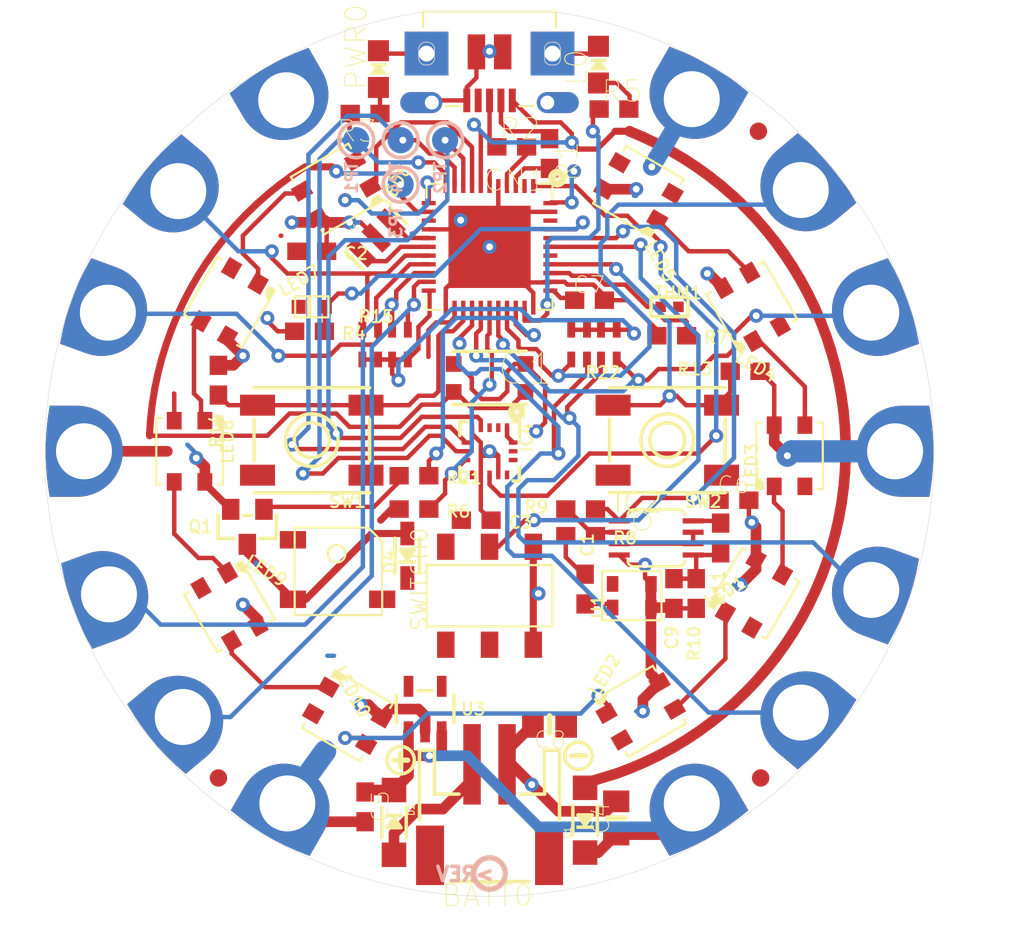
<source format=kicad_pcb>
(kicad_pcb (version 20211014) (generator pcbnew)
  (layers (0 "F.Cu" signal) (1 "In1.Cu" signal) (2 "In2.Cu" signal) (3 "In3.Cu" signal) (4 "In4.Cu" signal) (5 "In5.Cu" signal) (6 "In6.Cu" signal) (7 "In7.Cu" signal) (8 "In8.Cu" signal) (9 "In9.Cu" signal) (10 "In10.Cu" signal) (11 "In11.Cu" signal) (12 "In12.Cu" signal) (13 "In13.Cu" signal) (14 "In14.Cu" signal) (31 "B.Cu" signal) (34 "B.Paste" user) (35 "F.Paste" user) (36 "B.SilkS" user "B.Silkscreen") (37 "F.SilkS" user "F.Silkscreen") (38 "B.Mask" user) (39 "F.Mask" user) (44 "Edge.Cuts" user))
  (net 0 "")
  (net 1 "N$3")
  (net 2 "N$4")
  (net 3 "GND")
  (net 4 "+5V")
  (net 5 "MOSI")
  (net 6 "MISO")
  (net 7 "SCK")
  (net 8 "RST")
  (net 9 "N$9")
  (net 10 "N$8")
  (net 11 "N$1")
  (net 12 "D10")
  (net 13 "D9")
  (net 14 "NEOPIX")
  (net 15 "D1/TX")
  (net 16 "D0/RX")
  (net 17 "D+")
  (net 18 "VCC")
  (net 19 "N$7")
  (net 20 "D6")
  (net 21 "D12")
  (net 22 "D13")
  (net 23 "N$14")
  (net 24 "N$16")
  (net 25 "N$17")
  (net 26 "N$18")
  (net 27 "N$19")
  (net 28 "N$20")
  (net 29 "3.3V")
  (net 30 "D3_SCL")
  (net 31 "D2_SDA")
  (net 32 "A4_SOUND_SENSE")
  (net 33 "A2")
  (net 34 "D8")
  (net 35 "A0_TEMP_SENSE")
  (net 36 "N$15")
  (net 37 "N$11")
  (net 38 "N$12")
  (net 39 "LEFTBUTTON")
  (net 40 "A1_RIGHTBUTTON")
  (net 41 "A3_SWITCH")
  (net 42 "N$10")
  (net 43 "D11")
  (net 44 "N$13")
  (net 45 "SPEAKER")
  (net 46 "N$25")
  (net 47 "SOUNDOUT")
  (net 48 "A5_LIGHT_SENSE")
  (net 49 "N$24")
  (net 50 "D-")
  (net 51 "TXLED")
  (net 52 "D7_LISINT")
  (net 53 "AREF")
  (net 54 "N$6")
  (net 55 "VCC/2")
  (net 56 "N$2")
  (footprint "boardEagle:SEWALLI" (layer "F.Cu") (at 171.1706 104.86608 -90)
    (fp_text reference "GNDTAP0" hide)
    (fp_text value "SEWTAP-ALLIGATOR" hide)
  )
  (footprint "boardEagle:FIDUCIAL_1MM" (layer "F.Cu") (at 163.9951 123.53508)
    (fp_text reference "U$6" hide)
    (fp_text value "FIDUCIAL\"\"" hide)
  )
  (footprint "boardEagle:0603-NO" (layer "F.Cu") (at 153.7081 109.69208)
    (fp_text reference "R8")
    (fp_text value "1K")
  )
  (footprint "boardEagle:RESPACK_4X0603_NO" (layer "F.Cu") (at 154.4701 98.77008 180)
    (fp_text reference "R22")
    (fp_text value "1M")
  )
  (footprint "boardEagle:0603-NO" (layer "F.Cu") (at 155.6131 85.30808)
    (fp_text reference "R5")
    (fp_text value "1K")
  )
  (footprint "boardEagle:FIDUCIAL_1MM" (layer "F.Cu") (at 133.0071 123.53508)
    (fp_text reference "U$3" hide)
    (fp_text value "FIDUCIAL\"\"" hide)
  )
  (footprint "boardEagle:0603-NO" (layer "F.Cu") (at 154.2161 96.23008)
    (fp_text reference "C7")
    (fp_text value "1uF")
  )
  (footprint "boardEagle:EVQ-Q2_SMALLER" (layer "F.Cu") (at 158.6611 104.23108 180)
    (fp_text reference "SW2")
    (fp_text value "EVQQ")
  )
  (footprint "boardEagle:0805-NO" (layer "F.Cu") (at 151.9301 120.48708 180)
    (fp_text reference "C8")
    (fp_text value "10uF")
  )
  (footprint "boardEagle:SYMBOL_PLUS" (layer "F.Cu") (at 143.4211 122.51908)
    (fp_text reference "U$35" hide)
    (fp_text value "" hide)
  )
  (footprint "boardEagle:SEWALLI" (layer "F.Cu") (at 127.1651 97.11908 70)
    (fp_text reference "SDA0" hide)
    (fp_text value "SEWTAP-ALLIGATOR" hide)
  )
  (footprint "boardEagle:0603-NO" (layer "F.Cu") (at 153.9621 112.74008 90)
    (fp_text reference "C1")
    (fp_text value "0.1uF")
  )
  (footprint "boardEagle:ALS-PT19-315C" (layer "F.Cu") (at 138.3411 96.61108)
    (fp_text reference "U2" hide)
    (fp_text value "ALS-PT19-315C" hide)
  )
  (footprint "boardEagle:FIDUCIAL_1MM" (layer "F.Cu") (at 163.8681 86.57808)
    (fp_text reference "U$2" hide)
    (fp_text value "FIDUCIAL\"\"" hide)
  )
  (footprint "boardEagle:BTN_KMR2_4.6X2.8" (layer "F.Cu") (at 148.5011 100.67508 180)
    (fp_text reference "RESET0" hide)
    (fp_text value "KMR2" hide)
  )
  (footprint "boardEagle:SPW2430HR5H-B" (layer "F.Cu") (at 156.6291 113.12108 90)
    (fp_text reference "U1")
    (fp_text value "SPW2430")
  )
  (footprint "boardEagle:LED3535" (layer "F.Cu") (at 131.3561 104.86608 -90)
    (fp_text reference "LED8")
    (fp_text value "WS2812B3535")
  )
  (footprint "boardEagle:0603-NO" (layer "F.Cu") (at 159.0421 112.99408 -90)
    (fp_text reference "C9")
    (fp_text value "1uF")
  )
  (footprint "boardEagle:LED3535" (layer "F.Cu") (at 140.3731 119.97908 -30)
    (fp_text reference "LED10")
    (fp_text value "WS2812B3535")
  )
  (footprint "boardEagle:LED3535" (layer "F.Cu") (at 157.1371 119.72508 30)
    (fp_text reference "LED2")
    (fp_text value "WS2812B3535")
  )
  (footprint "boardEagle:BUZZER_SMT_5MM" (layer "F.Cu") (at 139.8651 111.72408)
    (fp_text reference "SP1" hide)
    (fp_text value "8MM" hide)
  )
  (footprint "boardEagle:0603-NO" (layer "F.Cu") (at 158.9151 98.26208)
    (fp_text reference "R7")
    (fp_text value "10K")
  )
  (footprint "boardEagle:LED3535" (layer "F.Cu") (at 163.6141 112.99408 60)
    (fp_text reference "LED1")
    (fp_text value "WS2812B3535")
  )
  (footprint "boardEagle:0603-NO" (layer "F.Cu") (at 160.3121 112.99408 -90)
    (fp_text reference "R10")
    (fp_text value "10K")
  )
  (footprint "boardEagle:0603-NO" (layer "F.Cu") (at 141.3891 85.56208 180)
    (fp_text reference "R3")
    (fp_text value "1K")
  )
  (footprint "boardEagle:0603-NO" (layer "F.Cu") (at 141.3891 125.18608 -90)
    (fp_text reference "C5")
    (fp_text value "1uF")
  )
  (footprint "boardEagle:0603-NO" (layer "F.Cu") (at 162.4711 107.66008)
    (fp_text reference "C6")
    (fp_text value "1uF")
  )
  (footprint "boardEagle:LED3535" (layer "F.Cu") (at 139.7381 89.88008 -150)
    (fp_text reference "LED6")
    (fp_text value "WS2812B3535")
  )
  (footprint "boardEagle:0603-NO" (layer "F.Cu") (at 144.1831 108.16808)
    (fp_text reference "R6")
    (fp_text value "10K")
  )
  (footprint "boardEagle:SEWALLI" (layer "F.Cu") (at 169.8371 112.61308 -110)
    (fp_text reference "D6" hide)
    (fp_text value "SEWTAP-ALLIGATOR" hide)
  )
  (footprint "boardEagle:SEWALLI" (layer "F.Cu") (at 165.9001 90.26108 -50)
    (fp_text reference "IO10" hide)
    (fp_text value "SEWTAP-ALLIGATOR" hide)
  )
  (footprint "boardEagle:EVQ-Q2_SMALLER" (layer "F.Cu") (at 138.3411 104.23108 180)
    (fp_text reference "SW1")
    (fp_text value "EVQQ")
  )
  (footprint "boardEagle:RESPACK_4X0603_NO" (layer "F.Cu") (at 142.5321 98.77008)
    (fp_text reference "R15")
    (fp_text value "1M")
  )
  (footprint "boardEagle:0603-NO" (layer "F.Cu") (at 163.1061 100.29408 180)
    (fp_text reference "R13")
    (fp_text value "10K")
  )
  (footprint "boardEagle:SEWALLI" (layer "F.Cu") (at 131.1021 90.32458 50)
    (fp_text reference "SCL0" hide)
    (fp_text value "SEWTAP-ALLIGATOR" hide)
  )
  (footprint "boardEagle:LED3535" (layer "F.Cu") (at 163.4871 96.61108 120)
    (fp_text reference "LED4")
    (fp_text value "WS2812B3535")
  )
  (footprint "boardEagle:CHIPLED_0805_NOOUTLINE" (layer "F.Cu") (at 142.1511 83.02208)
    (fp_text reference "PWR0")
    (fp_text value "GREEN")
  )
  (footprint "boardEagle:0603-NO" (layer "F.Cu") (at 133.0071 100.80208 -90)
    (fp_text reference "R14")
    (fp_text value "10K")
  )
  (footprint "boardEagle:JSTPH2" (layer "F.Cu") (at 148.5011 126.45608 180)
    (fp_text reference "BATT0")
    (fp_text value "3-6VDC")
  )
  (footprint "boardEagle:SEWALLI" (layer "F.Cu") (at 165.9001 119.47108 -130)
    (fp_text reference "IO12" hide)
    (fp_text value "SEWTAP-ALLIGATOR" hide)
  )
  (footprint "boardEagle:SEWALLI" (layer "F.Cu") (at 137.1981 124.55108 150)
    (fp_text reference "GNDTAP2" hide)
    (fp_text value "SEWTAP-ALLIGATOR" hide)
  )
  (footprint "boardEagle:MSOP08" (layer "F.Cu") (at 158.0261 109.81908 -90)
    (fp_text reference "IC2")
    (fp_text value "LMV358MM")
  )
  (footprint "boardEagle:SEWALLI" (layer "F.Cu") (at 169.8371 97.11908 -70)
    (fp_text reference "IO9" hide)
    (fp_text value "SEWTAP-ALLIGATOR" hide)
  )
  (footprint "boardEagle:0603-NO" (layer "F.Cu") (at 138.3411 93.43608)
    (fp_text reference "C2")
    (fp_text value "1uF")
  )
  (footprint "boardEagle:CPLAYFRONT" (layer "F.Cu") (at 123.1011 130.26608)
    (fp_text reference "U$34" hide)
    (fp_text value "" hide)
  )
  (footprint "boardEagle:0603-NO" (layer "F.Cu") (at 144.1831 106.26308)
    (fp_text reference "R21")
    (fp_text value "100")
  )
  (footprint "boardEagle:SEWALLI" (layer "F.Cu") (at 125.8316 104.86608 90)
    (fp_text reference "UNK3.3VTAP0" hide)
    (fp_text value "SEWTAP-ALLIGATOR" hide)
  )
  (footprint "boardEagle:LED3535" (layer "F.Cu") (at 133.6421 113.75608 -60)
    (fp_text reference "LED9")
    (fp_text value "WS2812B3535")
  )
  (footprint "boardEagle:SOD-123" (layer "F.Cu") (at 153.9621 125.94808 90)
    (fp_text reference "D1")
    (fp_text value "SCHOTTKY (1A)")
  )
  (footprint "boardEagle:SEWALLI" (layer "F.Cu") (at 131.3561 119.72508 130)
    (fp_text reference "TX0" hide)
    (fp_text value "SEWTAP-ALLIGATOR" hide)
  )
  (footprint "boardEagle:0603-NO" (layer "F.Cu") (at 161.7091 109.81908 -90)
    (fp_text reference "R11")
    (fp_text value "20K")
  )
  (footprint "boardEagle:RESONATOR-SMD" (layer "F.Cu") (at 142.0241 92.67408 45)
    (fp_text reference "Y1")
    (fp_text value "8MHz")
  )
  (footprint "boardEagle:SOT23-WIDE" (layer "F.Cu") (at 134.6581 109.18408 180)
    (fp_text reference "Q1")
    (fp_text value "MMBT2222")
  )
  (footprint "boardEagle:SEWALLI" (layer "F.Cu") (at 137.1346 85.24458 30)
    (fp_text reference "GND3TAP0" hide)
    (fp_text value "SEWTAP-ALLIGATOR" hide)
  )
  (footprint "boardEagle:SOD-323" (layer "F.Cu") (at 143.8021 110.83508 90)
    (fp_text reference "D4")
    (fp_text value "1N4148")
  )
  (footprint "boardEagle:LED3535" (layer "F.Cu") (at 165.6461 105.12008 90)
    (fp_text reference "LED3")
    (fp_text value "WS2812B3535")
  )
  (footprint "boardEagle:SEWALLI" (layer "F.Cu") (at 159.8041 85.18108 -30)
    (fp_text reference "UNK3V3TAP2" hide)
    (fp_text value "SEWTAP-ALLIGATOR" hide)
  )
  (footprint "boardEagle:0603-NO" (layer "F.Cu") (at 147.7391 108.80308)
    (fp_text reference "C3")
    (fp_text value "1uF")
  )
  (footprint "boardEagle:TQFN44_7MM" (layer "F.Cu") (at 148.5011 93.18208 180)
    (fp_text reference "IC1")
    (fp_text value "ATMEGA32U4-MU")
  )
  (footprint "boardEagle:SOT23-5" (layer "F.Cu") (at 144.8181 119.59808)
    (fp_text reference "U3")
    (fp_text value "AP2112K-3.3")
  )
  (footprint "boardEagle:LED3535" (layer "F.Cu") (at 157.0101 90.00708 150)
    (fp_text reference "LED5")
    (fp_text value "WS2812B3535")
  )
  (footprint "boardEagle:0603-NO" (layer "F.Cu") (at 149.7711 87.46708)
    (fp_text reference "R2")
    (fp_text value "22")
  )
  (footprint "boardEagle:SEWALLI" (layer "F.Cu") (at 127.2286 112.86708 110)
    (fp_text reference "RX0" hide)
    (fp_text value "SEWTAP-ALLIGATOR" hide)
  )
  (footprint "boardEagle:4UCONN_20329_V2" (layer "F.Cu") (at 148.5011 84.03808 180)
    (fp_text reference "CN1")
    (fp_text value "MicroB USB")
    (fp_line (start -3.7 1.25) (end -3.5 1.25) (layer "Edge.Cuts") (width 0.05))
    (fp_line (start -4.05 2.15) (end -4.05 1.6) (layer "Edge.Cuts") (width 0.05))
    (fp_line (start -3.15 1.6) (end -3.15 2.15) (layer "Edge.Cuts") (width 0.05))
    (fp_line (start 4.05 1.6) (end 4.05 2.2) (layer "Edge.Cuts") (width 0.05))
    (fp_line (start -3.5 2.55) (end -3.7 2.55) (layer "Edge.Cuts") (width 0.05))
    (fp_line (start 3.15 2.2) (end 3.15 1.6) (layer "Edge.Cuts") (width 0.05))
    (fp_arc (start -3.7 2.55) (mid -3.957843 2.422487) (end -4.05 2.15) (layer "Edge.Cuts") (width 0.05))
    (fp_arc (start -3.5 1.25) (mid -3.252513 1.352513) (end -3.15 1.6) (layer "Edge.Cuts") (width 0.05))
    (fp_arc (start 3.6 2.55) (mid 3.302513 2.468198) (end 3.15 2.2) (layer "Edge.Cuts") (width 0.05))
    (fp_arc (start -4.05 1.6) (mid -3.947487 1.352513) (end -3.7 1.25) (layer "Edge.Cuts") (width 0.05))
    (fp_arc (start 4.05 2.2) (mid 3.897487 2.468198) (end 3.6 2.55) (layer "Edge.Cuts") (width 0.05))
    (fp_arc (start -3.15 2.15) (mid -3.242157 2.422487) (end -3.5 2.55) (layer "Edge.Cuts") (width 0.05))
    (fp_arc (start 3.6 1.25) (mid 3.897487 1.331802) (end 4.05 1.6) (layer "Edge.Cuts") (width 0.05))
    (fp_arc (start 3.15 1.6) (mid 3.302513 1.331802) (end 3.6 1.25) (layer "Edge.Cuts") (width 0.05))
  )
  (footprint "boardEagle:SYMBOL_MINUS" (layer "F.Cu") (at 153.5811 122.26508)
    (fp_text reference "U$1" hide)
    (fp_text value "" hide)
  )
  (footprint "boardEagle:CHIPLED_0805_NOOUTLINE" (layer "F.Cu") (at 154.7241 82.76808)
    (fp_text reference "L0")
    (fp_text value "RED")
  )
  (footprint "boardEagle:_0402" (layer "F.Cu") (at 158.7881 96.61108)
    (fp_text reference "THM1")
    (fp_text value "10K")
  )
  (footprint "boardEagle:0603-NO" (layer "F.Cu") (at 138.2141 98.00808)
    (fp_text reference "R4")
    (fp_text value "10K")
  )
  (footprint "boardEagle:0603-NO" (layer "F.Cu") (at 153.7081 108.16808 180)
    (fp_text reference "R9")
    (fp_text value "100K")
  )
  (footprint "boardEagle:LED3535" (layer "F.Cu") (at 133.6421 96.35708 -120)
    (fp_text reference "LED7")
    (fp_text value "WS2812B3535")
  )
  (footprint "boardEagle:0603-NO" (layer "F.Cu") (at 151.9301 87.84808 -90)
    (fp_text reference "R1")
    (fp_text value "22")
  )
  (footprint "boardEagle:0805-NO" (layer "F.Cu") (at 155.7401 125.82108 90)
    (fp_text reference "C4")
    (fp_text value "10uF")
  )
  (footprint "boardEagle:LGA16_3X3MM" (layer "F.Cu") (at 148.5011 104.86608 -90)
    (fp_text reference "IC4")
    (fp_text value "LIS3DH")
  )
  (footprint "boardEagle:EG1390" (layer "F.Cu") (at 148.5011 113.12108)
    (fp_text reference "SWITCH0")
    (fp_text value "EG1390")
  )
  (footprint "boardEagle:SOD-123" (layer "F.Cu") (at 143.0401 126.07508 -90)
    (fp_text reference "D2")
    (fp_text value "SCHOTTKY (1A)")
  )
  (footprint "boardEagle:SEWALLI" (layer "F.Cu") (at 159.8041 124.55108 -150)
    (fp_text reference "VCC2" hide)
    (fp_text value "SEWTAP-ALLIGATOR" hide)
  )
  (footprint "boardEagle:PCBFEAT-REV-040" (layer "B.Cu") (at 148.5011 128.99608 180)
    (fp_text reference "U$7" hide)
    (fp_text value "" hide)
  )
  (footprint "boardEagle:TESTPOINT_ROUND_1.5MM" (layer "B.Cu") (at 140.8811 87.08608 -90)
    (fp_text reference "TP1")
    (fp_text value "MISO")
  )
  (footprint "boardEagle:TESTPOINT_ROUND_1.5MM" (layer "B.Cu") (at 143.4211 89.62608 -90)
    (fp_text reference "TP3")
    (fp_text value "RST")
  )
  (footprint "boardEagle:TESTPOINT_ROUND_1.5MM" (layer "B.Cu") (at 143.4211 87.08608 -90)
    (fp_text reference "TP4")
    (fp_text value "MOSI")
  )
  (footprint "boardEagle:FLORAMED" (layer "B.Cu") (at 160.1851 102.96108 180)
    (fp_text reference "U$4" hide)
    (fp_text value "" hide)
  )
  (footprint "boardEagle:CPLAYBACK" (layer "B.Cu") (at 173.9011 130.26608 180)
    (fp_text reference "U$46" hide)
    (fp_text value "" hide)
  )
  (footprint "boardEagle:TESTPOINT_ROUND_1.5MM" (layer "B.Cu") (at 145.9611 87.08608 -90)
    (fp_text reference "TP2")
    (fp_text value "SCK")
  )
  (gr_line (start 145.0086 79.72008) (end 151.9936 79.72008) (layer "Edge.Cuts") (width 0.05))
  (gr_arc (start 151.9936 79.72008) (mid 148.5011 130.299419) (end 145.0086 79.72008) (layer "Edge.Cuts") (width 0.0254))
  (segment (start 150.0011 89.70708) (end 150.0011 89.19288) (width 0.254) (layer "F.Cu") (net 1))
  (segment (start 150.4959 88.69808) (end 151.9301 88.69808) (width 0.254) (layer "F.Cu") (net 1))
  (segment (start 150.0011 89.19288) (end 150.4959 88.69808) (width 0.254) (layer "F.Cu") (net 1))
  (segment (start 150.6601 87.46708) (end 150.6601 87.85988) (width 0.254) (layer "F.Cu") (net 2))
  (segment (start 149.5011 89.01888) (end 149.5011 89.70708) (width 0.254) (layer "F.Cu") (net 2))
  (segment (start 150.6211 87.46708) (end 150.6601 87.46708) (width 0.254) (layer "F.Cu") (net 2))
  (segment (start 150.6601 87.85988) (end 149.5011 89.01888) (width 0.254) (layer "F.Cu") (net 2))
  (segment (start 157.7241 112.44608) (end 157.3911 112.11308) (width 0.254) (layer "F.Cu") (net 3))
  (segment (start 148.0011 104.36608) (end 148.0011 105.12008) (width 0.254) (layer "F.Cu") (net 3))
  (segment (start 145.2011 84.93808) (end 145.2011 84.93808) (width 0.254) (layer "F.Cu") (net 3))
  (segment (start 147.3741 92.18208) (end 146.8501 91.65808) (width 0.254) (layer "F.Cu") (net 3))
  (segment (start 156.4631 111.34308) (end 157.3911 111.34308) (width 0.254) (layer "F.Cu") (net 3))
  (segment (start 164.7711 101.10908) (end 163.9561 100.29408) (width 0.254) (layer "F.Cu") (net 3))
  (segment (start 158.215143 118.092305) (end 157.2641 119.043348) (width 0.6096) (layer "F.Cu") (net 3))
  (segment (start 133.0071 99.95208) (end 133.8571 99.95208) (width 0.6096) (layer "F.Cu") (net 3))
  (segment (start 158.0651 97.92008) (end 158.0651 98.26208) (width 0.254) (layer "F.Cu") (net 3))
  (segment (start 164.7711 103.37008) (end 164.7711 101.10908) (width 0.254) (layer "F.Cu") (net 3))
  (segment (start 135.8011 97.41208) (end 135.8011 97.24608) (width 0.254) (layer "F.Cu") (net 3))
  (segment (start 135.274875 114.499855) (end 134.4041 113.62908) (width 0.6096) (layer "F.Cu") (net 3))
  (segment (start 161.854325 95.533037) (end 161.027368 94.70608) (width 0.6096) (layer "F.Cu") (net 3))
  (segment (start 149.9361 99.87508) (end 150.5511 99.87508) (width 0.254) (layer "F.Cu") (net 3))
  (segment (start 132.2311 106.70708) (end 133.7081 108.18408) (width 0.4064) (layer "F.Cu") (net 3))
  (segment (start 149.0011 105.12008) (end 148.7471 104.86608) (width 0.254) (layer "F.Cu") (net 3))
  (segment (start 132.2311 105.74108) (end 131.7371 105.24708) (width 0.6096) (layer "F.Cu") (net 3))
  (segment (start 145.3261 84.81308) (end 147.2011 84.81308) (width 0.254) (layer "F.Cu") (net 3))
  (segment (start 151.0011 115.92108) (end 151.0011 112.99408) (width 0.4064) (layer "F.Cu") (net 3))
  (segment (start 142.1511 81.97208) (end 142.1511 81.97208) (width 0.254) (layer "F.Cu") (net 3))
  (segment (start 160.3121 113.84408) (end 159.0421 113.84408) (width 0.254) (layer "F.Cu") (net 3))
  (segment (start 141.3891 126.03608) (end 138.4291 126.03608) (width 0.6096) (layer "F.Cu") (net 3))
  (segment (start 152.4381 125.44008) (end 155.1711 125.44008) (width 0.6096) (layer "F.Cu") (net 3))
  (segment (start 149.0011 105.12008) (end 149.0011 106.21608) (width 0.254) (layer "F.Cu") (net 3))
  (segment (start 151.0011 112.99408) (end 151.2951 112.99408) (width 0.4064) (layer "F.Cu") (net 3))
  (segment (start 149.0011 89.70708) (end 149.0011 91.40408) (width 0.254) (layer "F.Cu") (net 3))
  (segment (start 148.0011 108.21508) (end 148.5891 108.80308) (width 0.254) (layer "F.Cu") (net 3))
  (segment (start 132.2311 106.61608) (end 132.2311 105.74108) (width 0.6096) (layer "F.Cu") (net 3))
  (segment (start 147.6281 92.18208) (end 147.3741 92.18208) (width 0.254) (layer "F.Cu") (net 3))
  (segment (start 138.4291 126.03608) (end 136.8171 124.42408) (width 0.254) (layer "F.Cu") (net 3))
  (segment (start 141.1351 91.78508) (end 140.5001 91.78508) (width 0.254) (layer "F.Cu") (net 3))
  (segment (start 149.5011 121.96608) (end 149.5011 122.75608) (width 0.6096) (layer "F.Cu") (net 3))
  (segment (start 163.731325 111.041033) (end 163.731325 111.606855) (width 0.6096) (layer "F.Cu") (net 3))
  (segment (start 147.4851 100.67508) (end 146.6851 99.87508) (width 0.254) (layer "F.Cu") (net 3))
  (segment (start 147.2011 84.81308) (end 147.2011 84.06808) (width 0.254) (layer "F.Cu") (net 3))
  (segment (start 151.0011 110.32108) (end 151.0011 110.24008) (width 0.254) (layer "F.Cu") (net 3))
  (segment (start 139.1911 93.43608) (end 139.1911 91.512855) (width 0.254) (layer "F.Cu") (net 3))
  (segment (start 150.9141 123.91608) (end 149.7541 122.75608) (width 0.6096) (layer "F.Cu") (net 3))
  (segment (start 148.5011 93.05508) (end 148.5011 93.18208) (width 0.254) (layer "F.Cu") (net 3))
  (segment (start 148.0566 101.88158) (end 147.4851 101.31008) (width 0.254) (layer "F.Cu") (net 3))
  (segment (start 154.7241 81.71808) (end 154.3041 82.13808) (width 0.254) (layer "F.Cu") (net 3))
  (segment (start 142.1511 81.97208) (end 142.17334 82.05508) (width 0.254) (layer "F.Cu") (net 3))
  (segment (start 135.274875 114.834123) (end 135.274875 114.499855) (width 0.6096) (layer "F.Cu") (net 3))
  (segment (start 151.9761 95.18208) (end 151.9441 95.21408) (width 0.254) (layer "F.Cu") (net 3))
  (segment (start 142.326147 120.096305) (end 141.573922 119.34408) (width 0.6096) (layer "F.Cu") (net 3))
  (segment (start 163.731325 111.041033) (end 163.731325 109.174305) (width 0.6096) (layer "F.Cu") (net 3))
  (segment (start 150.4061 95.21408) (end 148.5011 93.30908) (width 0.254) (layer "F.Cu") (net 3))
  (segment (start 147.7511 83.51808) (end 147.7511 82.03808) (width 0.254) (layer "F.Cu") (net 3))
  (segment (start 163.731325 109.174305) (end 163.4871 108.93008) (width 0.254) (layer "F.Cu") (net 3))
  (segment (start 142.0241 92.67408) (end 141.1351 91.78508) (width 0.254) (layer "F.Cu") (net 3))
  (segment (start 142.2341 82.11584) (end 142.3171 82.13808) (width 0.254) (layer "F.Cu") (net 3))
  (segment (start 136.8171 124.86402) (end 136.9441 124.99102) (width 1.27) (layer "F.Cu") (net 3))
  (segment (start 150.9141 123.91608) (end 152.4381 125.44008) (width 0.6096) (layer "F.Cu") (net 3))
  (segment (start 133.524875 98.525855) (end 134.4041 99.40508) (width 0.6096) (layer "F.Cu") (net 3))
  (segment (start 138.932282 91.78508) (end 140.5001 91.78508) (width 0.6096) (layer "F.Cu") (net 3))
  (segment (start 133.524875 98.310127) (end 133.524875 98.525855) (width 0.254) (layer "F.Cu") (net 3))
  (segment (start 137.3641 98.00808) (end 136.3971 98.00808) (width 0.254) (layer "F.Cu") (net 3))
  (segment (start 151.9441 95.21408) (end 150.4061 95.21408) (width 0.254) (layer "F.Cu") (net 3))
  (segment (start 164.7711 104.37208) (end 165.5191 105.12008) (width 0.6096) (layer "F.Cu") (net 3))
  (segment (start 146.0011 95.55508) (end 148.3741 93.18208) (width 0.254) (layer "F.Cu") (net 3))
  (segment (start 156.3751 96.23008) (end 155.0661 96.23008) (width 0.254) (layer "F.Cu") (net 3))
  (segment (start 157.7241 112.44608) (end 157.7241 113.62908) (width 0.6096) (layer "F.Cu") (net 3))
  (segment (start 151.0011 110.32108) (end 151.0011 112.99408) (width 0.4064) (layer "F.Cu") (net 3))
  (segment (start 138.660057 91.512855) (end 138.387832 91.78508) (width 0.6096) (layer "F.Cu") (net 3))
  (segment (start 147.4851 101.31008) (end 147.4851 100.67508) (width 0.254) (layer "F.Cu") (net 3))
  (segment (start 152.9461 95.34108) (end 154.4311 95.34108) (width 0.254) (layer "F.Cu") (net 3))
  (segment (start 155.9131 110.79308) (end 156.4631 111.34308) (width 0.254) (layer "F.Cu") (net 3))
  (segment (start 151.6761 103.21508) (end 151.1681 103.72308) (width 0.254) (layer "F.Cu") (net 3))
  (segment (start 147.7511 82.03808) (end 149.2511 82.03808) (width 0.254) (layer "F.Cu") (net 3))
  (segment (start 138.660057 91.512855) (end 138.932282 91.78508) (width 0.254) (layer "F.Cu") (net 3))
  (segment (start 151.6761 101.05608) (end 150.5511 99.93108) (width 0.254) (layer "F.Cu") (net 3))
  (segment (start 149.5171 101.43708) (end 149.0726 101.88158) (width 0.254) (layer "F.Cu") (net 3))
  (segment (start 149.7541 122.75608) (end 149.5011 122.75608) (width 0.6096) (layer "F.Cu") (net 3))
  (segment (start 142.326147 120.096305) (end 142.824372 119.59808) (width 0.6096) (layer "F.Cu") (net 3))
  (segment (start 163.3211 108.76408) (end 163.4871 108.93008) (width 0.254) (layer "F.Cu") (net 3))
  (segment (start 148.7471 104.86608) (end 148.5011 104.86608) (width 0.254) (layer "F.Cu") (net 3))
  (segment (start 157.3911 112.11308) (end 157.3911 111.34308) (width 0.254) (layer "F.Cu") (net 3))
  (segment (start 151.0011 96.65708) (end 151.0011 95.80908) (width 0.254) (layer "F.Cu") (net 3))
  (segment (start 149.0726 101.88158) (end 148.0566 101.88158) (width 0.254) (layer "F.Cu") (net 3))
  (segment (start 158.215143 118.092305) (end 157.7241 117.601261) (width 0.6096) (layer "F.Cu") (net 3))
  (segment (start 154.4311 95.34108) (end 155.0661 95.97608) (width 0.254) (layer "F.Cu") (net 3))
  (segment (start 151.9761 95.18208) (end 152.7871 95.18208) (width 0.254) (layer "F.Cu") (net 3))
  (segment (start 132.2311 106.61608) (end 132.2311 106.70708) (width 0.4064) (layer "F.Cu") (net 3))
  (segment (start 148.5011 93.30908) (end 148.5011 93.18208) (width 0.254) (layer "F.Cu") (net 3))
  (segment (start 151.9761 91.18208) (end 149.2231 91.18208) (width 0.254) (layer "F.Cu") (net 3))
  (segment (start 142.824372 119.59808) (end 144.4371 119.59808) (width 0.6096) (layer "F.Cu") (net 3))
  (segment (start 146.0011 96.65708) (end 146.0011 95.55508) (width 0.254) (layer "F.Cu") (net 3))
  (segment (start 152.7871 95.18208) (end 152.9461 95.34108) (width 0.254) (layer "F.Cu") (net 3))
  (segment (start 155.057053 89.889855) (end 156.873325 89.889855) (width 0.6096) (layer "F.Cu") (net 3))
  (segment (start 159.0421 113.84408) (end 158.9941 113.79608) (width 0.6096) (layer "F.Cu") (net 3))
  (segment (start 147.6281 92.18208) (end 148.5011 93.05508) (width 0.254) (layer "F.Cu") (net 3))
  (segment (start 133.524875 98.310127) (end 133.5151 98.319902) (width 0.254) (layer "F.Cu") (net 3))
  (segment (start 145.2011 84.93808) (end 145.217847 84.87558) (width 0.254) (layer "F.Cu") (net 3))
  (segment (start 148.0011 106.21608) (end 148.0011 108.21508) (width 0.254) (layer "F.Cu") (net 3))
  (segment (start 142.3171 82.13808) (end 144.9011 82.13808) (width 0.254) (layer "F.Cu") (net 3))
  (segment (start 145.2636 84.829827) (end 145.3261 84.81308) (width 0.254) (layer "F.Cu") (net 3))
  (segment (start 136.8171 124.42408) (end 136.8171 124.86402) (width 0.254) (layer "F.Cu") (net 3))
  (segment (start 157.7631 113.59008) (end 157.7241 113.62908) (width 0.254) (layer "F.Cu") (net 3))
  (segment (start 149.5171 101.43708) (end 149.5171 100.29408) (width 0.254) (layer "F.Cu") (net 3))
  (segment (start 147.2011 84.06808) (end 147.7511 83.51808) (width 0.254) (layer "F.Cu") (net 3))
  (segment (start 164.7711 103.37008) (end 164.7711 104.37208) (width 0.6096) (layer "F.Cu") (net 3))
  (segment (start 156.3751 96.23008) (end 158.0651 97.92008) (width 0.254) (layer "F.Cu") (net 3))
  (segment (start 136.3971 98.00808) (end 135.8011 97.41208) (width 0.254) (layer "F.Cu") (net 3))
  (segment (start 157.7241 113.62908) (end 157.7241 113.79608) (width 0.6096) (layer "F.Cu") (net 3))
  (segment (start 155.1711 125.44008) (end 155.7401 124.87108) (width 0.6096) (layer "F.Cu") (net 3))
  (segment (start 156.873325 89.889855) (end 156.8831 89.88008) (width 0.254) (layer "F.Cu") (net 3))
  (segment (start 155.0661 95.97608) (end 155.0661 96.23008) (width 0.254) (layer "F.Cu") (net 3))
  (segment (start 151.0011 95.80908) (end 150.4061 95.21408) (width 0.254) (layer "F.Cu") (net 3))
  (segment (start 146.6851 99.87508) (end 146.4511 99.87508) (width 0.254) (layer "F.Cu") (net 3))
  (segment (start 144.8181 119.97908) (end 144.8181 120.89818) (width 0.6096) (layer "F.Cu") (net 3))
  (segment (start 141.573922 119.34408) (end 141.1351 119.34408) (width 0.6096) (layer "F.Cu") (net 3))
  (segment (start 163.3211 107.66008) (end 163.3211 108.76408) (width 0.254) (layer "F.Cu") (net 3))
  (segment (start 145.217847 84.87558) (end 145.2636 84.829827) (width 0.254) (layer "F.Cu") (net 3))
  (segment (start 133.8571 99.95208) (end 134.4041 99.40508) (width 0.6096) (layer "F.Cu") (net 3))
  (segment (start 149.0011 91.40408) (end 149.0011 92.55508) (width 0.254) (layer "F.Cu") (net 3))
  (segment (start 142.17334 82.05508) (end 142.2341 82.11584) (width 0.254) (layer "F.Cu") (net 3))
  (segment (start 149.0011 92.55508) (end 148.5011 93.05508) (width 0.254) (layer "F.Cu") (net 3))
  (segment (start 163.731325 111.606855) (end 162.8521 112.48608) (width 0.6096) (layer "F.Cu") (net 3))
  (segment (start 147.5011 103.86608) (end 148.0011 104.36608) (width 0.254) (layer "F.Cu") (net 3))
  (segment (start 161.027368 94.70608) (end 160.9471 94.70608) (width 0.6096) (layer "F.Cu") (net 3))
  (segment (start 148.3741 93.18208) (end 148.5011 93.18208) (width 0.254) (layer "F.Cu") (net 3))
  (segment (start 147.5011 103.51608) (end 147.5011 103.86608) (width 0.254) (layer "F.Cu") (net 3))
  (segment (start 148.0011 106.21608) (end 148.0011 105.12008) (width 0.254) (layer "F.Cu") (net 3))
  (segment (start 144.4371 119.59808) (end 144.8181 119.97908) (width 0.6096) (layer "F.Cu") (net 3))
  (segment (start 154.3041 82.13808) (end 152.1011 82.13808) (width 0.254) (layer "F.Cu") (net 3))
  (segment (start 151.6761 101.05608) (end 151.6761 103.21508) (width 0.254) (layer "F.Cu") (net 3))
  (segment (start 145.0261 92.18208) (end 147.3741 92.18208) (width 0.254) (layer "F.Cu") (net 3))
  (segment (start 149.5171 100.29408) (end 149.9361 99.87508) (width 0.254) (layer "F.Cu") (net 3))
  (segment (start 149.2231 91.18208) (end 149.0011 91.40408) (width 0.254) (layer "F.Cu") (net 3))
  (segment (start 139.1911 91.512855) (end 138.660057 91.512855) (width 0.254) (layer "F.Cu") (net 3))
  (segment (start 157.2641 119.043348) (end 157.2641 119.72508) (width 0.6096) (layer "F.Cu") (net 3))
  (segment (start 150.5511 99.93108) (end 150.5511 99.87508) (width 0.254) (layer "F.Cu") (net 3))
  (segment (start 151.0011 110.24008) (end 151.0411 110.20008) (width 0.254) (layer "F.Cu") (net 3))
  (segment (start 157.7241 117.601261) (end 157.7241 113.79608) (width 0.6096) (layer "F.Cu") (net 3))
  (segment (start 158.9941 113.79608) (end 157.7241 113.79608) (width 0.6096) (layer "F.Cu") (net 3))
  (segment (start 148.0011 105.12008) (end 149.0011 105.12008) (width 0.254) (layer "F.Cu") (net 3))
  (segment (start 138.387832 91.78508) (end 137.1981 91.78508) (width 0.6096) (layer "F.Cu") (net 3))
  (segment (start 150.9801 120.48708) (end 149.5011 121.96608) (width 0.6096) (layer "F.Cu") (net 3))
  (via (at 156.8831 89.88008) (size 0.8001) (drill 0.3937) (layers "F.Cu" "B.Cu") (net 3))
  (via (at 151.1681 103.72308) (size 0.8001) (drill 0.3937) (layers "F.Cu" "B.Cu") (net 3))
  (via (at 148.5011 104.86608) (size 0.8001) (drill 0.3937) (layers "F.Cu" "B.Cu") (net 3))
  (via (at 134.4041 99.40508) (size 0.8001) (drill 0.3937) (layers "F.Cu" "B.Cu") (net 3))
  (via (at 157.2641 119.72508) (size 0.8001) (drill 0.3937) (layers "F.Cu" "B.Cu") (net 3))
  (via (at 150.9141 123.91608) (size 0.8001) (drill 0.3937) (layers "F.Cu" "B.Cu") (net 3))
  (via (at 141.1351 119.34408) (size 0.8001) (drill 0.3937) (layers "F.Cu" "B.Cu") (net 3))
  (via (at 165.5191 105.12008) (size 0.8001) (drill 0.3937) (layers "F.Cu" "B.Cu") (net 3))
  (via (at 160.9471 94.70608) (size 0.8001) (drill 0.3937) (layers "F.Cu" "B.Cu") (net 3))
  (via (at 131.7371 105.24708) (size 0.8001) (drill 0.3937) (layers "F.Cu" "B.Cu") (net 3))
  (via (at 134.4041 113.62908) (size 0.8001) (drill 0.3937) (layers "F.Cu" "B.Cu") (net 3))
  (via (at 140.5001 91.78508) (size 0.8001) (drill 0.3937) (layers "F.Cu" "B.Cu") (net 3))
  (via (at 148.5011 82.00608) (size 0.8001) (drill 0.3937) (layers "F.Cu" "B.Cu") (net 3))
  (via (at 157.3911 111.34308) (size 0.8001) (drill 0.3937) (layers "F.Cu" "B.Cu") (net 3))
  (via (at 146.8501 91.65808) (size 0.8001) (drill 0.3937) (layers "F.Cu" "B.Cu") (net 3))
  (via (at 151.2951 112.99408) (size 0.8001) (drill 0.3937) (layers "F.Cu" "B.Cu") (net 3))
  (via (at 148.5011 93.18208) (size 0.8001) (drill 0.3937) (layers "F.Cu" "B.Cu") (net 3))
  (via (at 135.8011 97.24608) (size 0.8001) (drill 0.3937) (layers "F.Cu" "B.Cu") (net 3))
  (via (at 137.1981 91.78508) (size 0.8001) (drill 0.3937) (layers "F.Cu" "B.Cu") (net 3))
  (via (at 162.8521 112.48608) (size 0.8001) (drill 0.3937) (layers "F.Cu" "B.Cu") (net 3))
  (via (at 163.4871 108.93008) (size 0.8001) (drill 0.3937) (layers "F.Cu" "B.Cu") (net 3))
  (segment (start 148.5011 93.18208) (end 148.5011 93.30908) (width 0.254) (layer "B.Cu") (net 3))
  (segment (start 165.5191 105.12008) (end 165.5191 104.86608) (width 0.254) (layer "B.Cu") (net 3))
  (segment (start 135.1661 111.21608) (end 135.1661 111.34308) (width 0.254) (layer "B.Cu") (net 3))
  (segment (start 163.4871 108.93008) (end 163.3601 108.93008) (width 0.254) (layer "B.Cu") (net 3))
  (segment (start 163.3601 108.93008) (end 163.2331 108.80308) (width 0.254) (layer "B.Cu") (net 3))
  (segment (start 165.5191 104.86608) (end 165.3921 104.73908) (width 0.254) (layer "B.Cu") (net 3))
  (segment (start 136.9441 124.99102) (end 139.1031 122.01108) (width 1.27) (layer "B.Cu") (net 3))
  (segment (start 131.6101 104.86608) (end 131.2291 104.48508) (width 0.254) (layer "B.Cu") (net 3))
  (segment (start 160.9471 94.70608) (end 160.8201 94.57908) (width 0.254) (layer "B.Cu") (net 3))
  (segment (start 134.4041 113.62908) (end 134.4041 113.50208) (width 0.254) (layer "B.Cu") (net 3))
  (segment (start 171.6786 104.86608) (end 165.7731 104.86608) (width 1.27) (layer "B.Cu") (net 3))
  (segment (start 156.7561 90.26108) (end 156.8831 90.26108) (width 0.254) (layer "B.Cu") (net 3))
  (segment (start 165.7731 104.86608) (end 165.5191 105.12008) (width 1.27) (layer "B.Cu") (net 3))
  (segment (start 162.8521 112.48608) (end 162.4711 112.48608) (width 0.254) (layer "B.Cu") (net 3))
  (segment (start 157.2641 119.72508) (end 156.8831 119.72508) (width 0.254) (layer "B.Cu") (net 3))
  (segment (start 139.2301 116.55008) (end 139.6111 116.55008) (width 0.254) (layer "B.Cu") (net 3))
  (segment (start 140.5001 91.78508) (end 141.0081 91.78508) (width 0.254) (layer "B.Cu") (net 3))
  (segment (start 159.722828 121.364007) (end 158.968763 121.817167) (width 0.6096) (layer "F.Cu") (net 4))
  (segment (start 154.6606 87.59408) (end 153.5811 87.59408) (width 0.3048) (layer "F.Cu") (net 4))
  (segment (start 164.267002 92.189249) (end 164.817282 92.87566) (width 0.6096) (layer "F.Cu") (net 4))
  (segment (start 166.740424 113.646809) (end 166.325523 114.422583) (width 0.6096) (layer "F.Cu") (net 4))
  (segment (start 151.0581 86.07008) (end 152.5651 86.07008) (width 0.254) (layer "F.Cu") (net 4))
  (segment (start 156.595407 122.967622) (end 155.772545 123.278857) (width 0.6096) (layer "F.Cu") (net 4))
  (segment (start 168.011601 99.105323) (end 168.247822 99.952771) (width 0.6096) (layer "F.Cu") (net 4))
  (segment (start 163.147975 118.618146) (end 162.513654 119.22774) (width 0.6096) (layer "F.Cu") (net 4))
  (segment (start 165.393466 115.914422) (end 164.878185 116.627482) (width 0.6096) (layer "F.Cu") (net 4))
  (segment (start 164.331433 117.316707) (end 163.754309 117.980707) (width 0.6096) (layer "F.Cu") (net 4))
  (segment (start 162.439448 90.287562) (end 163.076887 90.893896) (width 0.6096) (layer "F.Cu") (net 4))
  (segment (start 168.850504 105.181186) (end 168.813287 106.060154) (width 0.6096) (layer "F.Cu") (net 4))
  (segment (start 151.0581 86.07008) (end 149.8011 84.81308) (width 0.254) (layer "F.Cu") (net 4))
  (segment (start 168.725417 102.546662) (end 168.806524 103.42267) (width 0.6096) (layer "F.Cu") (net 4))
  (segment (start 156.502099 86.57808) (end 157.311942 86.92177) (width 0.6096) (layer "F.Cu") (net 4))
  (segment (start 154.0891 123.78908) (end 153.9621 123.91608) (width 0.6096) (layer "F.Cu") (net 4))
  (segment (start 159.637703 88.165635) (end 160.373163 88.648405) (width 0.6096) (layer "F.Cu") (net 4))
  (segment (start 161.086223 89.163686) (end 161.775448 89.710438) (width 0.6096) (layer "F.Cu") (net 4))
  (segment (start 157.311942 86.92177) (end 158.10555 87.301447) (width 0.6096) (layer "F.Cu") (net 4))
  (segment (start 167.426363 97.446464) (end 167.737598 98.269326) (width 0.6096) (layer "F.Cu") (net 4))
  (segment (start 167.120101 112.853201) (end 166.740424 113.646809) (width 0.6096) (layer "F.Cu") (net 4))
  (segment (start 167.737598 98.269326) (end 168.011601 99.105323) (width 0.6096) (layer "F.Cu") (net 4))
  (segment (start 158.968763 121.817167) (end 158.195127 122.236041) (width 0.6096) (layer "F.Cu") (net 4))
  (segment (start 166.694782 95.846744) (end 167.078524 96.638395) (width 0.6096) (layer "F.Cu") (net 4))
  (segment (start 168.445785 100.809963) (end 168.60509 101.675174) (width 0.6096) (layer "F.Cu") (net 4))
  (segment (start 168.247822 99.952771) (end 168.445785 100.809963) (width 0.6096) (layer "F.Cu") (net 4))
  (segment (start 148.0011 86.58608) (end 148.0011 89.70708) (width 0.254) (layer "F.Cu") (net 4))
  (segment (start 155.772545 123.278857) (end 154.0891 123.78908) (width 0.6096) (layer "F.Cu") (net 4))
  (segment (start 152.5651 86.07008) (end 153.2001 86.70508) (width 0.254) (layer "F.Cu") (net 4))
  (segment (start 167.078524 96.638395) (end 167.426363 97.446464) (width 0.6096) (layer "F.Cu") (net 4))
  (segment (start 163.686481 91.528217) (end 164.267002 92.189249) (width 0.6096) (layer "F.Cu") (net 4))
  (segment (start 153.9621 124.04308) (end 153.9621 124.09808) (width 0.254) (layer "F.Cu") (net 4))
  (segment (start 167.770802 111.218911) (end 167.463791 112.043358) (width 0.6096) (layer "F.Cu") (net 4))
  (segment (start 153.9621 123.91608) (end 153.9621 124.09808) (width 0.6096) (layer "F.Cu") (net 4))
  (segment (start 166.275908 95.073108) (end 166.694782 95.846744) (width 0.6096) (layer "F.Cu") (net 4))
  (segment (start 148.0011 86.58608) (end 147.6121 86.19708) (width 0.254) (layer "F.Cu") (net 4))
  (segment (start 160.373163 88.648405) (end 161.086223 89.163686) (width 0.6096) (layer "F.Cu") (net 4))
  (segment (start 165.822748 94.319043) (end 166.275908 95.073108) (width 0.6096) (layer "F.Cu") (net 4))
  (segment (start 166.325523 114.422583) (end 165.876236 115.178962) (width 0.6096) (layer "F.Cu") (net 4))
  (segment (start 168.848248 104.301434) (end 168.850504 105.181186) (width 0.6096) (layer "F.Cu") (net 4))
  (segment (start 168.620817 107.808659) (end 168.465951 108.674675) (width 0.6096) (layer "F.Cu") (net 4))
  (segment (start 153.2001 86.70508) (end 153.2001 87.21308) (width 0.254) (layer "F.Cu") (net 4))
  (segment (start 156.5021 86.57808) (end 155.6766 86.57808) (width 0.4064) (layer "F.Cu") (net 4))
  (segment (start 158.195127 122.236041) (end 157.403476 122.619783) (width 0.6096) (layer "F.Cu") (net 4))
  (segment (start 157.403476 122.619783) (end 156.595407 122.967622) (width 0.6096) (layer "F.Cu") (net 4))
  (segment (start 161.166211 120.358541) (end 160.455803 120.877472) (width 0.6096) (layer "F.Cu") (net 4))
  (segment (start 168.736674 106.936566) (end 168.620817 107.808659) (width 0.6096) (layer "F.Cu") (net 4))
  (segment (start 156.5021 86.57808) (end 156.502099 86.57808) (width 0.6096) (layer "F.Cu") (net 4))
  (segment (start 153.5811 87.59408) (end 153.2001 87.21308) (width 0.3048) (layer "F.Cu") (net 4))
  (segment (start 165.876236 115.178962) (end 165.393466 115.914422) (width 0.6096) (layer "F.Cu") (net 4))
  (segment (start 163.754309 117.980707) (end 163.147975 118.618146) (width 0.6096) (layer "F.Cu") (net 4))
  (segment (start 161.852622 119.808261) (end 161.166211 120.358541) (width 0.6096) (layer "F.Cu") (net 4))
  (segment (start 161.775448 89.710438) (end 162.439448 90.287562) (width 0.6096) (layer "F.Cu") (net 4))
  (segment (start 168.806524 103.42267) (end 168.848248 104.301434) (width 0.6096) (layer "F.Cu") (net 4))
  (segment (start 168.60509 101.675174) (end 168.725417 102.546662) (width 0.6096) (layer "F.Cu") (net 4))
  (segment (start 158.881324 87.716348) (end 159.637703 88.165635) (width 0.6096) (layer "F.Cu") (net 4))
  (segment (start 168.813287 106.060154) (end 168.736674 106.936566) (width 0.6096) (layer "F.Cu") (net 4))
  (segment (start 162.513654 119.22774) (end 161.852622 119.808261) (width 0.6096) (layer "F.Cu") (net 4))
  (segment (start 155.6766 86.57808) (end 154.6606 87.59408) (width 0.3048) (layer "F.Cu") (net 4))
  (segment (start 160.455803 120.877472) (end 159.722828 121.364007) (width 0.6096) (layer "F.Cu") (net 4))
  (segment (start 165.336213 93.586068) (end 165.822748 94.319043) (width 0.6096) (layer "F.Cu") (net 4))
  (segment (start 168.465951 108.674675) (end 168.272387 109.532872) (width 0.6096) (layer "F.Cu") (net 4))
  (segment (start 164.817282 92.87566) (end 165.336213 93.586068) (width 0.6096) (layer "F.Cu") (net 4))
  (segment (start 168.272387 109.532872) (end 168.040515 110.38152) (width 0.6096) (layer "F.Cu") (net 4))
  (segment (start 163.076887 90.893896) (end 163.686481 91.528217) (width 0.6096) (layer "F.Cu") (net 4))
  (segment (start 168.040515 110.38152) (end 167.770802 111.218911) (width 0.6096) (layer "F.Cu") (net 4))
  (segment (start 167.463791 112.043358) (end 167.120101 112.853201) (width 0.6096) (layer "F.Cu") (net 4))
  (segment (start 164.878185 116.627482) (end 164.331433 117.316707) (width 0.6096) (layer "F.Cu") (net 4))
  (segment (start 158.10555 87.301447) (end 158.881324 87.716348) (width 0.6096) (layer "F.Cu") (net 4))
  (via (at 147.6121 86.19708) (size 0.8001) (drill 0.3937) (layers "F.Cu" "B.Cu") (net 4))
  (via (at 153.2001 87.21308) (size 0.8001) (drill 0.3937) (layers "F.Cu" "B.Cu") (net 4))
  (segment (start 147.6121 86.19708) (end 148.6281 87.21308) (width 0.254) (layer "B.Cu") (net 4))
  (segment (start 148.6281 87.21308) (end 153.2001 87.21308) (width 0.254) (layer "B.Cu") (net 4))
  (segment (start 143.5481 104.73908) (end 144.8181 103.46908) (width 0.254) (layer "F.Cu") (net 5))
  (segment (start 144.3101 87.08608) (end 143.5481 87.08608) (width 0.254) (layer "F.Cu") (net 5))
  (segment (start 137.4521 104.73908) (end 137.1981 104.48508) (width 0.254) (layer "F.Cu") (net 5))
  (segment (start 145.0721 87.84808) (end 144.3101 87.08608) (width 0.254) (layer "F.Cu") (net 5))
  (segment (start 146.2541 103.46908) (end 147.1511 104.36608) (width 0.254) (layer "F.Cu") (net 5))
  (segment (start 146.5011 89.70708) (end 146.5011 88.64208) (width 0.254) (layer "F.Cu") (net 5))
  (segment (start 144.8181 103.46908) (end 146.2541 103.46908) (width 0.254) (layer "F.Cu") (net 5))
  (segment (start 145.7071 87.84808) (end 145.0721 87.84808) (width 0.254) (layer "F.Cu") (net 5))
  (segment (start 146.5011 88.64208) (end 145.7071 87.84808) (width 0.254) (layer "F.Cu") (net 5))
  (segment (start 137.4521 104.73908) (end 143.5481 104.73908) (width 0.254) (layer "F.Cu") (net 5))
  (via (at 143.5481 87.08608) (size 0.8001) (drill 0.3937) (layers "F.Cu" "B.Cu") (net 5))
  (via (at 137.1981 104.48508) (size 0.8001) (drill 0.3937) (layers "F.Cu" "B.Cu") (net 5))
  (segment (start 138.1506 103.53258) (end 137.1981 104.48508) (width 0.254) (layer "B.Cu") (net 5))
  (segment (start 140.3731 85.68908) (end 142.0241 85.68908) (width 0.254) (layer "B.Cu") (net 5))
  (segment (start 138.1506 87.91158) (end 138.1506 103.53258) (width 0.254) (layer "B.Cu") (net 5))
  (segment (start 142.0241 85.68908) (end 143.4211 87.08608) (width 0.254) (layer "B.Cu") (net 5))
  (segment (start 138.1506 87.91158) (end 140.3731 85.68908) (width 0.254) (layer "B.Cu") (net 5))
  (segment (start 143.5481 87.08608) (end 143.4211 87.08608) (width 0.254) (layer "B.Cu") (net 5))
  (segment (start 145.7071 103.97708) (end 146.5961 104.86608) (width 0.254) (layer "F.Cu") (net 6))
  (segment (start 146.5961 104.86608) (end 147.1511 104.86608) (width 0.254) (layer "F.Cu") (net 6))
  (segment (start 139.8651 105.24708) (end 143.8021 105.24708) (width 0.254) (layer "F.Cu") (net 6))
  (segment (start 143.8021 105.24708) (end 145.0721 103.97708) (width 0.254) (layer "F.Cu") (net 6))
  (segment (start 137.8331 106.13608) (end 138.9761 106.13608) (width 0.254) (layer "F.Cu") (net 6))
  (segment (start 146.0011 89.03108) (end 145.3261 88.35608) (width 0.254) (layer "F.Cu") (net 6))
  (segment (start 146.0011 89.70708) (end 146.0011 89.03108) (width 0.254) (layer "F.Cu") (net 6))
  (segment (start 145.0721 103.97708) (end 145.7071 103.97708) (width 0.254) (layer "F.Cu") (net 6))
  (segment (start 138.9761 106.13608) (end 139.8651 105.24708) (width 0.254) (layer "F.Cu") (net 6))
  (segment (start 145.3261 88.35608) (end 144.4371 88.35608) (width 0.254) (layer "F.Cu") (net 6))
  (via (at 144.4371 88.35608) (size 0.8001) (drill 0.3937) (layers "F.Cu" "B.Cu") (net 6))
  (via (at 137.8331 106.13608) (size 0.8001) (drill 0.3937) (layers "F.Cu" "B.Cu") (net 6))
  (segment (start 144.4371 88.35608) (end 142.1511 88.35608) (width 0.254) (layer "B.Cu") (net 6))
  (segment (start 138.7856 88.16558) (end 139.8651 87.08608) (width 0.254) (layer "B.Cu") (net 6))
  (segment (start 138.7856 105.18358) (end 137.8331 106.13608) (width 0.254) (layer "B.Cu") (net 6))
  (segment (start 138.7856 88.16558) (end 138.7856 105.18358) (width 0.254) (layer "B.Cu") (net 6))
  (segment (start 139.8651 87.08608) (end 140.8811 87.08608) (width 0.254) (layer "B.Cu") (net 6))
  (segment (start 142.1511 88.35608) (end 140.8811 87.08608) (width 0.254) (layer "B.Cu") (net 6))
  (segment (start 148.0011 103.09608) (end 148.0011 103.51608) (width 0.254) (layer "F.Cu") (net 7))
  (segment (start 144.6276 102.89758) (end 147.8026 102.89758) (width 0.254) (layer "F.Cu") (net 7))
  (segment (start 143.4211 104.10408) (end 144.6276 102.89758) (width 0.254) (layer "F.Cu") (net 7))
  (segment (start 147.8026 102.89758) (end 148.0011 103.09608) (width 0.254) (layer "F.Cu") (net 7))
  (segment (start 147.0011 88.12608) (end 145.9611 87.08608) (width 0.254) (layer "F.Cu") (net 7))
  (segment (start 147.0011 89.70708) (end 147.0011 88.12608) (width 0.254) (layer "F.Cu") (net 7))
  (segment (start 143.4211 104.10408) (end 139.9921 104.10408) (width 0.254) (layer "F.Cu") (net 7))
  (segment (start 139.9921 104.10408) (end 139.7381 103.85008) (width 0.254) (layer "F.Cu") (net 7))
  (via (at 145.9611 87.08608) (size 0.8001) (drill 0.3937) (layers "F.Cu" "B.Cu") (net 7))
  (via (at 139.7381 103.85008) (size 0.8001) (drill 0.3937) (layers "F.Cu" "B.Cu") (net 7))
  (segment (start 139.2936 103.40558) (end 139.7381 103.85008) (width 0.254) (layer "B.Cu") (net 7))
  (segment (start 143.8021 92.80108) (end 144.1831 92.42008) (width 0.254) (layer "B.Cu") (net 7))
  (segment (start 146.3421 87.46708) (end 146.0881 87.21308) (width 0.254) (layer "B.Cu") (net 7))
  (segment (start 140.2461 92.80108) (end 143.8021 92.80108) (width 0.254) (layer "B.Cu") (net 7))
  (segment (start 144.1831 92.42008) (end 146.0881 90.51508) (width 0.254) (layer "B.Cu") (net 7))
  (segment (start 144.0561 92.42008) (end 144.1831 92.42008) (width 0.254) (layer "B.Cu") (net 7))
  (segment (start 139.2936 93.75358) (end 139.2936 103.40558) (width 0.254) (layer "B.Cu") (net 7))
  (segment (start 146.0881 87.21308) (end 145.9611 87.08608) (width 0.254) (layer "B.Cu") (net 7))
  (segment (start 146.0881 87.21308) (end 146.0881 90.51508) (width 0.254) (layer "B.Cu") (net 7))
  (segment (start 140.2461 92.80108) (end 139.2936 93.75358) (width 0.254) (layer "B.Cu") (net 7))
  (segment (start 147.4791 102.38958) (end 146.5646 101.47508) (width 0.254) (layer "F.Cu") (net 8))
  (segment (start 143.4211 90.26108) (end 143.4211 89.62608) (width 0.254) (layer "F.Cu") (net 8))
  (segment (start 129.774519 99.550357) (end 130.032176 98.716003) (width 0.4064) (layer "F.Cu") (net 8))
  (segment (start 137.0711 102.70708) (end 139.7381 102.70708) (width 0.254) (layer "F.Cu") (net 8))
  (segment (start 133.964619 91.974672) (end 134.564071 91.339697) (width 0.4064) (layer "F.Cu") (net 8))
  (segment (start 150.5511 101.48258) (end 150.5511 101.47508) (width 0.254) (layer "F.Cu") (net 8))
  (segment (start 144.3421 91.18208) (end 143.4211 90.26108) (width 0.254) (layer "F.Cu") (net 8))
  (segment (start 131.874806 94.76777) (end 132.34881 94.034384) (width 0.4064) (layer "F.Cu") (net 8))
  (segment (start 134.564071 91.339697) (end 135.191911 90.732779) (width 0.4064) (layer "F.Cu") (net 8))
  (segment (start 145.7071 102.19908) (end 146.4311 101.47508) (width 0.254) (layer "F.Cu") (net 8))
  (segment (start 130.032176 98.716003) (end 130.32769 97.894293) (width 0.4064) (layer "F.Cu") (net 8))
  (segment (start 146.4311 101.47508) (end 146.4511 101.47508) (width 0.254) (layer "F.Cu") (net 8))
  (segment (start 130.660443 97.086946) (end 131.02974 96.295647) (width 0.4064) (layer "F.Cu") (net 8))
  (segment (start 137.9601 88.61008) (end 139.4841 88.61008) (width 0.4064) (layer "F.Cu") (net 8))
  (segment (start 129.0701 103.85008) (end 129.0701 103.85008) (width 0.4064) (layer "F.Cu") (net 8))
  (segment (start 147.4791 102.38958) (end 149.6441 102.38958) (width 0.254) (layer "F.Cu") (net 8))
  (segment (start 130.32769 97.894293) (end 130.660443 97.086946) (width 0.4064) (layer "F.Cu") (net 8))
  (segment (start 140.5001 103.46908) (end 143.3641 103.46908) (width 0.254) (layer "F.Cu") (net 8))
  (segment (start 143.3641 103.46908) (end 144.6341 102.19908) (width 0.254) (layer "F.Cu") (net 8))
  (segment (start 137.232371 89.092724) (end 137.9601 88.61008) (width 0.4064) (layer "F.Cu") (net 8))
  (segment (start 129.374849 101.250007) (end 129.555257 100.395614) (width 0.4064) (layer "F.Cu") (net 8))
  (segment (start 131.02974 96.295647) (end 131.43481 95.52205) (width 0.4064) (layer "F.Cu") (net 8))
  (segment (start 132.34881 94.034384) (end 132.85583 93.323424) (width 0.4064) (layer "F.Cu") (net 8))
  (segment (start 132.85583 93.323424) (end 133.394809 92.636375) (width 0.4064) (layer "F.Cu") (net 8))
  (segment (start 135.8011 103.97708) (end 137.0711 102.70708) (width 0.254) (layer "F.Cu") (net 8))
  (segment (start 133.394809 92.636375) (end 133.964619 91.974672) (width 0.4064) (layer "F.Cu") (net 8))
  (segment (start 131.43481 95.52205) (end 131.874806 94.76777) (width 0.4064) (layer "F.Cu") (net 8))
  (segment (start 136.527457 89.608117) (end 137.232371 89.092724) (width 0.4064) (layer "F.Cu") (net 8))
  (segment (start 135.846829 90.155183) (end 136.527457 89.608117) (width 0.4064) (layer "F.Cu") (net 8))
  (segment (start 135.191911 90.732779) (end 135.846829 90.155183) (width 0.4064) (layer "F.Cu") (net 8))
  (segment (start 149.6441 102.38958) (end 150.5511 101.48258) (width 0.254) (layer "F.Cu") (net 8))
  (segment (start 129.555257 100.395614) (end 129.774519 99.550357) (width 0.4064) (layer "F.Cu") (net 8))
  (segment (start 129.0701 103.97708) (end 135.8011 103.97708) (width 0.254) (layer "F.Cu") (net 8))
  (segment (start 139.4841 88.61008) (end 139.7381 88.86408) (width 0.4064) (layer "F.Cu") (net 8))
  (segment (start 129.23367 102.111751) (end 129.374849 101.250007) (width 0.4064) (layer "F.Cu") (net 8))
  (segment (start 129.132016 102.979046) (end 129.23367 102.111751) (width 0.4064) (layer "F.Cu") (net 8))
  (segment (start 129.0701 103.85008) (end 129.132016 102.979046) (width 0.4064) (layer "F.Cu") (net 8))
  (segment (start 146.5646 101.47508) (end 146.4511 101.47508) (width 0.254) (layer "F.Cu") (net 8))
  (segment (start 139.7381 102.70708) (end 140.5001 103.46908) (width 0.254) (layer "F.Cu") (net 8))
  (segment (start 144.6341 102.19908) (end 145.7071 102.19908) (width 0.254) (layer "F.Cu") (net 8))
  (segment (start 129.0701 103.97708) (end 129.0701 103.85008) (width 0.4064) (layer "F.Cu") (net 8))
  (segment (start 145.0261 91.18208) (end 144.3421 91.18208) (width 0.254) (layer "F.Cu") (net 8))
  (via (at 139.7381 88.86408) (size 0.8001) (drill 0.3937) (layers "F.Cu" "B.Cu") (net 8))
  (via (at 143.4211 89.62608) (size 0.8001) (drill 0.3937) (layers "F.Cu" "B.Cu") (net 8))
  (segment (start 142.7861 88.99108) (end 139.8651 88.99108) (width 0.254) (layer "B.Cu") (net 8))
  (segment (start 143.4211 89.62608) (end 142.7861 88.99108) (width 0.254) (layer "B.Cu") (net 8))
  (segment (start 139.8651 88.99108) (end 139.7381 88.86408) (width 0.254) (layer "B.Cu") (net 8))
  (segment (start 142.953572 91.825552) (end 142.872632 91.825552) (width 0.254) (layer "F.Cu") (net 9))
  (segment (start 143.8021 92.67408) (end 145.0181 92.67408) (width 0.254) (layer "F.Cu") (net 9))
  (segment (start 143.8021 92.67408) (end 142.953572 91.825552) (width 0.254) (layer "F.Cu") (net 9))
  (segment (start 145.0181 92.67408) (end 145.0261 92.68208) (width 0.254) (layer "F.Cu") (net 9))
  (segment (start 143.4211 93.18208) (end 145.0261 93.18208) (width 0.254) (layer "F.Cu") (net 10))
  (segment (start 141.7001 94.00108) (end 141.221632 93.522612) (width 0.254) (layer "F.Cu") (net 10))
  (segment (start 141.7001 94.00108) (end 142.6021 94.00108) (width 0.254) (layer "F.Cu") (net 10))
  (segment (start 141.221632 93.522612) (end 141.175572 93.522612) (width 0.254) (layer "F.Cu") (net 10))
  (segment (start 142.6021 94.00108) (end 143.4211 93.18208) (width 0.254) (layer "F.Cu") (net 10))
  (segment (start 142.2391 84.16008) (end 142.2391 85.56208) (width 0.254) (layer "F.Cu") (net 11))
  (segment (start 142.1511 84.07208) (end 142.2391 84.16008) (width 0.254) (layer "F.Cu") (net 11))
  (segment (start 142.1511 84.07208) (end 142.1511 84.07208) (width 0.254) (layer "F.Cu") (net 11))
  (segment (start 152.0571 100.54808) (end 152.4381 100.54808) (width 0.254) (layer "F.Cu") (net 12))
  (segment (start 153.1701 99.81608) (end 153.1701 99.62008) (width 0.254) (layer "F.Cu") (net 12))
  (segment (start 151.4221 99.91308) (end 152.0571 100.54808) (width 0.254) (layer "F.Cu") (net 12))
  (segment (start 150.2791 99.02408) (end 151.1681 99.02408) (width 0.254) (layer "F.Cu") (net 12))
  (segment (start 152.4381 100.54808) (end 153.1701 99.81608) (width 0.254) (layer "F.Cu") (net 12))
  (segment (start 151.4221 99.27808) (end 151.4221 99.91308) (width 0.254) (layer "F.Cu") (net 12))
  (segment (start 151.1681 99.02408) (end 151.4221 99.27808) (width 0.254) (layer "F.Cu") (net 12))
  (segment (start 149.5011 97.86508) (end 150.1521 98.51608) (width 0.254) (layer "F.Cu") (net 12))
  (segment (start 150.1521 98.51608) (end 150.1521 98.89708) (width 0.254) (layer "F.Cu") (net 12))
  (segment (start 166.107784 89.75308) (end 166.28925 89.934546) (width 0.254) (layer "F.Cu") (net 12))
  (segment (start 150.1521 98.89708) (end 150.2791 99.02408) (width 0.254) (layer "F.Cu") (net 12))
  (segment (start 149.5011 96.65708) (end 149.5011 97.86508) (width 0.254) (layer "F.Cu") (net 12))
  (via (at 152.4381 100.54808) (size 0.8001) (drill 0.3937) (layers "F.Cu" "B.Cu") (net 12))
  (segment (start 155.8671 90.76908) (end 165.454715 90.76908) (width 0.254) (layer "B.Cu") (net 12))
  (segment (start 155.2321 91.40408) (end 155.8671 90.76908) (width 0.254) (layer "B.Cu") (net 12))
  (segment (start 155.9941 100.54808) (end 157.6451 98.89708) (width 0.254) (layer "B.Cu") (net 12))
  (segment (start 157.6451 97.50008) (end 154.8511 94.70608) (width 0.254) (layer "B.Cu") (net 12))
  (segment (start 152.4381 100.54808) (end 155.9941 100.54808) (width 0.254) (layer "B.Cu") (net 12))
  (segment (start 165.454715 90.76908) (end 166.28925 89.934546) (width 0.254) (layer "B.Cu") (net 12))
  (segment (start 157.6451 98.89708) (end 157.6451 97.50008) (width 0.254) (layer "B.Cu") (net 12))
  (segment (start 155.2321 92.61058) (end 155.2321 91.40408) (width 0.254) (layer "B.Cu") (net 12))
  (segment (start 154.8511 94.70608) (end 154.8511 92.99158) (width 0.254) (layer "B.Cu") (net 12))
  (segment (start 154.8511 92.99158) (end 155.2321 92.61058) (width 0.254) (layer "B.Cu") (net 12))
  (segment (start 149.0011 96.65708) (end 149.0011 98.25408) (width 0.254) (layer "F.Cu") (net 13))
  (segment (start 169.0751 96.48408) (end 169.925409 97.33439) (width 0.254) (layer "F.Cu") (net 13))
  (segment (start 162.0901 99.40508) (end 162.4711 99.02408) (width 0.254) (layer "F.Cu") (net 13))
  (segment (start 169.980206 96.61108) (end 170.314462 96.945337) (width 0.254) (layer "F.Cu") (net 13))
  (segment (start 161.3281 99.40508) (end 160.5661 100.16708) (width 0.254) (layer "F.Cu") (net 13))
  (segment (start 162.4711 99.02408) (end 162.4711 98.13508) (width 0.254) (layer "F.Cu") (net 13))
  (segment (start 149.0011 98.25408) (end 149.2631 98.51608) (width 0.254) (layer "F.Cu") (net 13))
  (segment (start 163.4871 97.11908) (end 163.7411 97.11908) (width 0.254) (layer "F.Cu") (net 13))
  (segment (start 149.2631 98.51608) (end 149.2631 98.77008) (width 0.254) (layer "F.Cu") (net 13))
  (segment (start 157.5181 100.80208) (end 157.0101 100.80208) (width 0.254) (layer "F.Cu") (net 13))
  (segment (start 162.0901 99.40508) (end 161.3281 99.40508) (width 0.254) (layer "F.Cu") (net 13))
  (segment (start 156.9521 100.80208) (end 157.0101 100.80208) (width 0.254) (layer "F.Cu") (net 13))
  (segment (start 170.314462 96.945337) (end 169.925409 97.33439) (width 0.254) (layer "F.Cu") (net 13))
  (segment (start 155.7701 99.62008) (end 156.9521 100.80208) (width 0.254) (layer "F.Cu") (net 13))
  (segment (start 158.1531 100.16708) (end 157.5181 100.80208) (width 0.254) (layer "F.Cu") (net 13))
  (segment (start 162.4711 98.13508) (end 163.4871 97.11908) (width 0.254) (layer "F.Cu") (net 13))
  (segment (start 160.5661 100.16708) (end 158.1531 100.16708) (width 0.254) (layer "F.Cu") (net 13))
  (via (at 157.0101 100.80208) (size 0.8001) (drill 0.3937) (layers "F.Cu" "B.Cu") (net 13))
  (via (at 149.2631 98.77008) (size 0.8001) (drill 0.3937) (layers "F.Cu" "B.Cu") (net 13))
  (via (at 163.7411 97.11908) (size 0.8001) (drill 0.3937) (layers "F.Cu" "B.Cu") (net 13))
  (segment (start 156.7561 100.80208) (end 157.0101 100.80208) (width 0.254) (layer "B.Cu") (net 13))
  (segment (start 170.013718 97.24608) (end 170.314462 96.945337) (width 0.254) (layer "B.Cu") (net 13))
  (segment (start 170.013718 97.24608) (end 169.886718 97.11908) (width 0.254) (layer "B.Cu") (net 13))
  (segment (start 151.9301 101.43708) (end 149.2631 98.77008) (width 0.254) (layer "B.Cu") (net 13))
  (segment (start 151.9301 101.43708) (end 156.1211 101.43708) (width 0.254) (layer "B.Cu") (net 13))
  (segment (start 169.886718 97.11908) (end 163.7411 97.11908) (width 0.254) (layer "B.Cu") (net 13))
  (segment (start 156.1211 101.43708) (end 156.7561 100.80208) (width 0.254) (layer "B.Cu") (net 13))
  (segment (start 142.0241 89.429902) (end 141.691147 89.762855) (width 0.254) (layer "F.Cu") (net 14))
  (segment (start 147.5011 87.48308) (end 147.5011 89.70708) (width 0.254) (layer "F.Cu") (net 14))
  (segment (start 143.4211 86.07008) (end 142.0241 87.46708) (width 0.254) (layer "F.Cu") (net 14))
  (segment (start 142.0241 87.46708) (end 142.0241 89.429902) (width 0.254) (layer "F.Cu") (net 14))
  (segment (start 146.0881 86.07008) (end 147.5011 87.48308) (width 0.254) (layer "F.Cu") (net 14))
  (segment (start 146.0881 86.07008) (end 143.4211 86.07008) (width 0.254) (layer "F.Cu") (net 14))
  (segment (start 143.8321 96.83508) (end 144.1831 96.48408) (width 0.254) (layer "F.Cu") (net 15))
  (segment (start 145.0261 95.18208) (end 144.4691 95.18208) (width 0.254) (layer "F.Cu") (net 15))
  (segment (start 144.1831 95.46808) (end 144.1831 96.48408) (width 0.254) (layer "F.Cu") (net 15))
  (segment (start 143.8321 97.92008) (end 143.8321 96.83508) (width 0.254) (layer "F.Cu") (net 15))
  (segment (start 144.4691 95.18208) (end 144.1831 95.46808) (width 0.254) (layer "F.Cu") (net 15))
  (via (at 144.1831 96.48408) (size 0.8001) (drill 0.3937) (layers "F.Cu" "B.Cu") (net 15))
  (segment (start 133.696566 120.051614) (end 130.96695 120.051614) (width 0.254) (layer "B.Cu") (net 15))
  (segment (start 141.7701 98.89708) (end 141.7701 111.97808) (width 0.254) (layer "B.Cu") (net 15))
  (segment (start 141.7701 98.89708) (end 144.1831 96.48408) (width 0.254) (layer "B.Cu") (net 15))
  (segment (start 141.7701 111.97808) (end 133.696566 120.051614) (width 0.254) (layer "B.Cu") (net 15))
  (segment (start 143.1671 95.72208) (end 143.1671 96.23008) (width 0.254) (layer "F.Cu") (net 16))
  (segment (start 145.0261 94.68208) (end 144.2071 94.68208) (width 0.254) (layer "F.Cu") (net 16))
  (segment (start 144.2071 94.68208) (end 143.1671 95.72208) (width 0.254) (layer "F.Cu") (net 16))
  (segment (start 143.1671 96.23008) (end 142.9131 96.48408) (width 0.254) (layer "F.Cu") (net 16))
  (segment (start 142.9321 96.50308) (end 142.9131 96.48408) (width 0.254) (layer "F.Cu") (net 16))
  (segment (start 142.9321 97.92008) (end 142.9321 96.50308) (width 0.254) (layer "F.Cu") (net 16))
  (via (at 142.9131 96.48408) (size 0.8001) (drill 0.3937) (layers "F.Cu" "B.Cu") (net 16))
  (segment (start 129.7051 114.77208) (end 127.973844 113.040823) (width 0.254) (layer "B.Cu") (net 16))
  (segment (start 141.2621 98.13508) (end 142.9131 96.48408) (width 0.254) (layer "B.Cu") (net 16))
  (segment (start 141.2621 111.47008) (end 137.9601 114.77208) (width 0.254) (layer "B.Cu") (net 16))
  (segment (start 137.9601 114.77208) (end 129.7051 114.77208) (width 0.254) (layer "B.Cu") (net 16))
  (segment (start 141.2621 98.13508) (end 141.2621 111.47008) (width 0.254) (layer "B.Cu") (net 16))
  (segment (start 127.973844 113.040823) (end 126.751238 113.040823) (width 0.254) (layer "B.Cu") (net 16))
  (segment (start 148.5011 87.04708) (end 148.9211 87.46708) (width 0.254) (layer "F.Cu") (net 17))
  (segment (start 148.5011 87.04708) (end 148.5011 84.81308) (width 0.254) (layer "F.Cu") (net 17))
  (segment (start 141.3891 124.22508) (end 143.0401 124.22508) (width 0.6096) (layer "F.Cu") (net 18))
  (segment (start 154.7131 127.79808) (end 155.7401 126.77108) (width 0.6096) (layer "F.Cu") (net 18))
  (segment (start 141.3891 124.33608) (end 141.3891 124.22508) (width 0.254) (layer "F.Cu") (net 18))
  (segment (start 145.7681 122.26508) (end 145.0721 122.26508) (width 0.6096) (layer "F.Cu") (net 18))
  (segment (start 153.9621 127.79808) (end 154.7131 127.79808) (width 0.6096) (layer "F.Cu") (net 18))
  (segment (start 143.8681 122.26508) (end 143.8681 120.89818) (width 0.6096) (layer "F.Cu") (net 18))
  (segment (start 158.53204 126.77108) (end 160.0581 125.24502) (width 0.6096) (layer "F.Cu") (net 18))
  (segment (start 143.8681 123.39708) (end 143.8681 122.26508) (width 0.6096) (layer "F.Cu") (net 18))
  (segment (start 143.0401 124.22508) (end 143.8681 123.39708) (width 0.6096) (layer "F.Cu") (net 18))
  (segment (start 145.7681 122.26508) (end 145.7681 120.89818) (width 0.6096) (layer "F.Cu") (net 18))
  (segment (start 160.0581 125.24502) (end 160.0581 124.99102) (width 0.6096) (layer "F.Cu") (net 18))
  (segment (start 145.0721 122.26508) (end 143.8681 122.26508) (width 0.6096) (layer "F.Cu") (net 18))
  (segment (start 155.7401 126.77108) (end 158.53204 126.77108) (width 0.6096) (layer "F.Cu") (net 18))
  (via (at 145.0721 122.26508) (size 0.8001) (drill 0.3937) (layers "F.Cu" "B.Cu") (net 18))
  (segment (start 160.0581 125.24502) (end 160.0581 124.99102) (width 0.6096) (layer "B.Cu") (net 18))
  (segment (start 147.2311 122.26508) (end 151.2951 126.32908) (width 0.6096) (layer "B.Cu") (net 18))
  (segment (start 158.97404 126.32908) (end 160.0581 125.24502) (width 0.6096) (layer "B.Cu") (net 18))
  (segment (start 151.2951 126.32908) (end 158.97404 126.32908) (width 0.6096) (layer "B.Cu") (net 18))
  (segment (start 145.0721 122.26508) (end 147.2311 122.26508) (width 0.6096) (layer "B.Cu") (net 18))
  (segment (start 143.0401 127.92508) (end 143.0401 126.71008) (width 0.6096) (layer "F.Cu") (net 19))
  (segment (start 143.0401 126.71008) (end 144.4371 125.31308) (width 0.6096) (layer "F.Cu") (net 19))
  (segment (start 144.4371 125.31308) (end 145.8341 125.31308) (width 0.6096) (layer "F.Cu") (net 19))
  (segment (start 147.6121 123.53508) (end 147.6121 122.86708) (width 0.254) (layer "F.Cu") (net 19))
  (segment (start 147.6121 122.86708) (end 147.5011 122.75608) (width 0.254) (layer "F.Cu") (net 19))
  (segment (start 145.8341 125.31308) (end 147.6121 123.53508) (width 0.6096) (layer "F.Cu") (net 19))
  (segment (start 152.9461 102.83408) (end 152.9461 102.32608) (width 0.254) (layer "F.Cu") (net 20))
  (segment (start 153.0731 102.96108) (end 152.9461 102.83408) (width 0.254) (layer "F.Cu") (net 20))
  (segment (start 154.8511 99.63908) (end 154.8701 99.62008) (width 0.254) (layer "F.Cu") (net 20))
  (segment (start 152.9461 102.32608) (end 154.8511 100.42108) (width 0.254) (layer "F.Cu") (net 20))
  (segment (start 148.0011 96.65708) (end 148.0011 97.87308) (width 0.254) (layer "F.Cu") (net 20))
  (segment (start 154.8511 100.42108) (end 154.8511 99.63908) (width 0.254) (layer "F.Cu") (net 20))
  (segment (start 148.0011 97.87308) (end 147.7391 98.13508) (width 0.254) (layer "F.Cu") (net 20))
  (segment (start 147.7391 98.13508) (end 147.7391 99.40508) (width 0.254) (layer "F.Cu") (net 20))
  (via (at 147.7391 99.40508) (size 0.8001) (drill 0.3937) (layers "F.Cu" "B.Cu") (net 20))
  (via (at 153.0731 102.96108) (size 0.8001) (drill 0.3937) (layers "F.Cu" "B.Cu") (net 20))
  (segment (start 169.7101 112.786823) (end 170.314462 112.786823) (width 0.254) (layer "B.Cu") (net 20))
  (segment (start 150.1521 107.02508) (end 150.1521 109.69208) (width 0.254) (layer "B.Cu") (net 20))
  (segment (start 147.9931 99.65908) (end 149.3901 99.65908) (width 0.254) (layer "B.Cu") (net 20))
  (segment (start 150.6601 106.51708) (end 150.1521 107.02508) (width 0.254) (layer "B.Cu") (net 20))
  (segment (start 150.1521 109.69208) (end 150.5331 110.07308) (width 0.254) (layer "B.Cu") (net 20))
  (segment (start 152.6921 102.96108) (end 153.0731 102.96108) (width 0.254) (layer "B.Cu") (net 20))
  (segment (start 152.1841 106.51708) (end 150.6601 106.51708) (width 0.254) (layer "B.Cu") (net 20))
  (segment (start 153.5811 105.12008) (end 152.1841 106.51708) (width 0.254) (layer "B.Cu") (net 20))
  (segment (start 166.996356 110.07308) (end 169.7101 112.786823) (width 0.254) (layer "B.Cu") (net 20))
  (segment (start 149.3901 99.65908) (end 152.6921 102.96108) (width 0.254) (layer "B.Cu") (net 20))
  (segment (start 150.5331 110.07308) (end 166.996356 110.07308) (width 0.254) (layer "B.Cu") (net 20))
  (segment (start 153.5811 103.46908) (end 153.5811 105.12008) (width 0.254) (layer "B.Cu") (net 20))
  (segment (start 153.5811 103.46908) (end 153.0731 102.96108) (width 0.254) (layer "B.Cu") (net 20))
  (segment (start 147.7391 99.40508) (end 147.9931 99.65908) (width 0.254) (layer "B.Cu") (net 20))
  (segment (start 147.5011 97.67458) (end 146.7866 98.38908) (width 0.254) (layer "F.Cu") (net 21))
  (segment (start 154.0891 100.42108) (end 154.0891 99.62008) (width 0.254) (layer "F.Cu") (net 21))
  (segment (start 152.4381 104.99308) (end 152.1841 104.73908) (width 0.254) (layer "F.Cu") (net 21))
  (segment (start 147.5011 96.65708) (end 147.5011 97.67458) (width 0.254) (layer "F.Cu") (net 21))
  (segment (start 146.7866 98.38908) (end 146.7866 98.70658) (width 0.254) (layer "F.Cu") (net 21))
  (segment (start 152.1841 102.32608) (end 154.0891 100.42108) (width 0.254) (layer "F.Cu") (net 21))
  (segment (start 152.1841 104.73908) (end 152.1841 102.32608) (width 0.254) (layer "F.Cu") (net 21))
  (segment (start 154.0891 99.62008) (end 154.0701 99.62008) (width 0.254) (layer "F.Cu") (net 21))
  (via (at 146.7866 98.70658) (size 0.8001) (drill 0.3937) (layers "F.Cu" "B.Cu") (net 21))
  (via (at 152.4381 104.99308) (size 0.8001) (drill 0.3937) (layers "F.Cu" "B.Cu") (net 21))
  (segment (start 147.7391 100.42108) (end 147.2311 100.42108) (width 0.254) (layer "B.Cu") (net 21))
  (segment (start 149.1361 100.16708) (end 152.4381 103.46908) (width 0.254) (layer "B.Cu") (net 21))
  (segment (start 151.4221 104.99308) (end 149.5171 106.89808) (width 0.254) (layer "B.Cu") (net 21))
  (segment (start 147.9931 100.16708) (end 149.1361 100.16708) (width 0.254) (layer "B.Cu") (net 21))
  (segment (start 161.019634 119.797614) (end 166.28925 119.797614) (width 0.254) (layer "B.Cu") (net 21))
  (segment (start 147.9931 100.16708) (end 147.7391 100.42108) (width 0.254) (layer "B.Cu") (net 21))
  (segment (start 152.0571 110.83508) (end 161.019634 119.797614) (width 0.254) (layer "B.Cu") (net 21))
  (segment (start 151.4221 104.99308) (end 152.4381 104.99308) (width 0.254) (layer "B.Cu") (net 21))
  (segment (start 146.7231 99.91308) (end 146.7231 98.77008) (width 0.254) (layer "B.Cu") (net 21))
  (segment (start 149.5171 110.45408) (end 149.8981 110.83508) (width 0.254) (layer "B.Cu") (net 21))
  (segment (start 149.8981 110.83508) (end 152.0571 110.83508) (width 0.254) (layer "B.Cu") (net 21))
  (segment (start 149.5171 106.89808) (end 149.5171 110.45408) (width 0.254) (layer "B.Cu") (net 21))
  (segment (start 146.7231 98.77008) (end 146.7866 98.70658) (width 0.254) (layer "B.Cu") (net 21))
  (segment (start 147.2311 100.42108) (end 146.7231 99.91308) (width 0.254) (layer "B.Cu") (net 21))
  (segment (start 152.4381 103.46908) (end 152.4381 104.99308) (width 0.254) (layer "B.Cu") (net 21))
  (segment (start 151.8031 96.99208) (end 151.8031 96.48408) (width 0.254) (layer "F.Cu") (net 22))
  (segment (start 150.5011 96.65708) (end 150.5011 97.39848) (width 0.254) (layer "F.Cu") (net 22))
  (segment (start 150.5011 97.39848) (end 151.3967 97.39848) (width 0.254) (layer "F.Cu") (net 22))
  (segment (start 154.4066 85.66458) (end 154.7631 85.30808) (width 0.254) (layer "F.Cu") (net 22))
  (segment (start 154.4066 85.66458) (end 154.4066 86.57808) (width 0.254) (layer "F.Cu") (net 22))
  (segment (start 151.3967 97.39848) (end 151.8031 96.99208) (width 0.254) (layer "F.Cu") (net 22))
  (via (at 151.8031 96.48408) (size 0.8001) (drill 0.3937) (layers "F.Cu" "B.Cu") (net 22))
  (via (at 154.4066 86.57808) (size 0.8001) (drill 0.3937) (layers "F.Cu" "B.Cu") (net 22))
  (segment (start 154.7241 92.16608) (end 154.7241 86.89558) (width 0.254) (layer "B.Cu") (net 22))
  (segment (start 151.8031 92.92808) (end 152.0571 92.67408) (width 0.254) (layer "B.Cu") (net 22))
  (segment (start 154.2161 92.67408) (end 154.7241 92.16608) (width 0.254) (layer "B.Cu") (net 22))
  (segment (start 152.0571 92.67408) (end 154.2161 92.67408) (width 0.254) (layer "B.Cu") (net 22))
  (segment (start 151.8031 96.48408) (end 151.8031 92.92808) (width 0.254) (layer "B.Cu") (net 22))
  (segment (start 154.7241 86.89558) (end 154.4066 86.57808) (width 0.254) (layer "B.Cu") (net 22))
  (segment (start 134.4041 93.56308) (end 135.274875 94.433855) (width 0.254) (layer "F.Cu") (net 23))
  (segment (start 134.4041 93.56308) (end 134.4041 92.54708) (width 0.254) (layer "F.Cu") (net 23))
  (segment (start 135.274875 94.433855) (end 135.274875 95.279037) (width 0.254) (layer "F.Cu") (net 23))
  (segment (start 136.8171 90.13408) (end 137.648285 90.13408) (width 0.254) (layer "F.Cu") (net 23))
  (segment (start 134.4041 92.54708) (end 136.8171 90.13408) (width 0.254) (layer "F.Cu") (net 23))
  (segment (start 137.648285 90.13408) (end 137.785057 89.997309) (width 0.254) (layer "F.Cu") (net 23))
  (segment (start 131.6101 97.834355) (end 132.009329 97.435127) (width 0.254) (layer "F.Cu") (net 24))
  (segment (start 132.2311 103.11608) (end 132.009329 102.894309) (width 0.254) (layer "F.Cu") (net 24))
  (segment (start 132.009329 101.963309) (end 131.6101 101.56408) (width 0.254) (layer "F.Cu") (net 24))
  (segment (start 132.009329 102.894309) (end 132.009329 101.963309) (width 0.254) (layer "F.Cu") (net 24))
  (segment (start 131.6101 101.56408) (end 131.6101 97.834355) (width 0.254) (layer "F.Cu") (net 24))
  (segment (start 130.4811 109.57908) (end 131.8641 110.96208) (width 0.254) (layer "F.Cu") (net 25))
  (segment (start 130.4811 106.61608) (end 130.4811 109.57908) (width 0.254) (layer "F.Cu") (net 25))
  (segment (start 131.8641 110.96208) (end 132.683922 110.96208) (width 0.254) (layer "F.Cu") (net 25))
  (segment (start 132.683922 110.96208) (end 133.524875 111.803033) (width 0.254) (layer "F.Cu") (net 25))
  (segment (start 133.759329 116.413308) (end 133.759329 115.709123) (width 0.254) (layer "F.Cu") (net 26))
  (segment (start 135.692325 118.346305) (end 133.759329 116.413308) (width 0.254) (layer "F.Cu") (net 26))
  (segment (start 135.692325 118.346305) (end 139.295057 118.346305) (width 0.254) (layer "F.Cu") (net 26))
  (segment (start 163.604325 98.564127) (end 163.916146 98.564127) (width 0.254) (layer "F.Cu") (net 27))
  (segment (start 163.916146 98.564127) (end 166.5211 101.16908) (width 0.254) (layer "F.Cu") (net 27))
  (segment (start 166.5211 101.16908) (end 166.5211 103.37008) (width 0.254) (layer "F.Cu") (net 27))
  (segment (start 162.147915 93.43608) (end 159.884368 93.43608) (width 0.254) (layer "F.Cu") (net 28))
  (segment (start 159.884368 93.43608) (end 158.088143 91.639855) (width 0.254) (layer "F.Cu") (net 28))
  (segment (start 163.369871 94.658037) (end 162.147915 93.43608) (width 0.254) (layer "F.Cu") (net 28))
  (segment (start 146.2151 97.50008) (end 145.4531 97.50008) (width 0.254) (layer "F.Cu") (net 29))
  (segment (start 148.5011 89.70708) (end 148.5011 88.86408) (width 0.254) (layer "F.Cu") (net 29))
  (segment (start 140.5391 85.56208) (end 140.5391 85.56208) (width 0.254) (layer "F.Cu") (net 29))
  (segment (start 149.8511 104.36608) (end 149.5011 104.01608) (width 0.254) (layer "F.Cu") (net 29))
  (segment (start 125.3236 104.86608) (end 130.0861 104.86608) (width 0.6096) (layer "F.Cu") (net 29))
  (segment (start 151.9761 90.68208) (end 152.0161 90.64208) (width 0.254) (layer "F.Cu") (net 29))
  (segment (start 152.5651 96.10308) (end 153.4931 96.10308) (width 0.254) (layer "F.Cu") (net 29))
  (segment (start 142.9131 108.16808) (end 142.2781 108.80308) (width 0.4064) (layer "F.Cu") (net 29))
  (segment (start 140.5001 85.60108) (end 140.5001 86.45108) (width 0.254) (layer "F.Cu") (net 29))
  (segment (start 161.7091 108.84308) (end 161.7091 108.96908) (width 0.254) (layer "F.Cu") (net 29))
  (segment (start 146.5011 97.21408) (end 146.2151 97.50008) (width 0.254) (layer "F.Cu") (net 29))
  (segment (start 130.4811 103.11608) (end 130.4811 101.57808) (width 0.254) (layer "F.Cu") (net 29))
  (segment (start 146.5011 96.65708) (end 146.5011 97.21408) (width 0.254) (layer "F.Cu") (net 29))
  (segment (start 152.1441 95.68208) (end 152.5651 96.10308) (width 0.254) (layer "F.Cu") (net 29))
  (segment (start 152.0161 90.64208) (end 153.2001 90.64208) (width 0.254) (layer "F.Cu") (net 29))
  (segment (start 151.9761 95.68208) (end 152.1441 95.68208) (width 0.254) (layer "F.Cu") (net 29))
  (segment (start 160.1381 108.84308) (end 161.7091 108.84308) (width 0.254) (layer "F.Cu") (net 29))
  (segment (start 136.6021 92.54708) (end 136.5631 92.54708) (width 0.254) (layer "F.Cu") (net 29))
  (segment (start 149.5011 104.01608) (end 149.5011 103.51608) (width 0.254) (layer "F.Cu") (net 29))
  (segment (start 140.5391 85.56208) (end 140.5001 85.60108) (width 0.254) (layer "F.Cu") (net 29))
  (segment (start 153.4931 96.10308) (end 153.3661 96.23008) (width 0.254) (layer "F.Cu") (net 29))
  (segment (start 145.0086 97.94458) (end 145.0086 99.46858) (width 0.254) (layer "F.Cu") (net 29))
  (segment (start 145.4531 97.50008) (end 145.0086 97.94458) (width 0.254) (layer "F.Cu") (net 29))
  (segment (start 130.4811 101.57808) (end 130.4671 101.56408) (width 0.254) (layer "F.Cu") (net 29))
  (segment (start 143.3331 108.16808) (end 142.9131 108.16808) (width 0.4064) (layer "F.Cu") (net 29))
  (via (at 153.3271 88.86408) (size 0.8001) (drill 0.3937) (layers "F.Cu" "B.Cu") (net 29))
  (via (at 153.2001 90.64208) (size 0.8001) (drill 0.3937) (layers "F.Cu" "B.Cu") (net 29))
  (via (at 157.7721 88.61008) (size 0.8001) (drill 0.3937) (layers "F.Cu" "B.Cu") (net 29))
  (segment (start 160.0581 84.74114) (end 157.7721 88.61008) (width 1.016) (layer "B.Cu") (net 29))
  (segment (start 153.2001 88.86408) (end 153.3271 88.86408) (width 0.254) (layer "B.Cu") (net 29))
  (segment (start 153.2001 90.64208) (end 153.2001 88.86408) (width 0.254) (layer "B.Cu") (net 29))
  (segment (start 141.2321 97.27608) (end 141.5161 96.99208) (width 0.254) (layer "F.Cu") (net 30))
  (segment (start 141.5161 94.83308) (end 141.6431 94.70608) (width 0.254) (layer "F.Cu") (net 30))
  (segment (start 141.2321 97.92008) (end 141.2321 97.27608) (width 0.254) (layer "F.Cu") (net 30))
  (segment (start 136.0551 93.81708) (end 136.0551 93.43608) (width 0.254) (layer "F.Cu") (net 30))
  (segment (start 141.6431 94.70608) (end 136.9441 94.70608) (width 0.254) (layer "F.Cu") (net 30))
  (segment (start 136.9441 94.70608) (end 136.0551 93.81708) (width 0.254) (layer "F.Cu") (net 30))
  (segment (start 142.6591 94.70608) (end 141.6431 94.70608) (width 0.254) (layer "F.Cu") (net 30))
  (segment (start 141.5161 96.99208) (end 141.5161 94.83308) (width 0.254) (layer "F.Cu") (net 30))
  (segment (start 145.0261 93.68208) (end 143.6831 93.68208) (width 0.254) (layer "F.Cu") (net 30))
  (segment (start 143.6831 93.68208) (end 142.6591 94.70608) (width 0.254) (layer "F.Cu") (net 30))
  (via (at 136.0551 93.43608) (size 0.8001) (drill 0.3937) (layers "F.Cu" "B.Cu") (net 30))
  (segment (start 134.150985 93.43608) (end 136.0551 93.43608) (width 0.254) (layer "B.Cu") (net 30))
  (segment (start 130.71295 89.998046) (end 134.150985 93.43608) (width 0.254) (layer "B.Cu") (net 30))
  (segment (start 139.3571 99.40508) (end 136.4361 99.40508) (width 0.254) (layer "F.Cu") (net 31))
  (segment (start 145.0261 94.18208) (end 143.9451 94.18208) (width 0.254) (layer "F.Cu") (net 31))
  (segment (start 142.1321 98.53508) (end 141.8971 98.77008) (width 0.254) (layer "F.Cu") (net 31))
  (segment (start 142.0241 97.81208) (end 142.1321 97.92008) (width 0.254) (layer "F.Cu") (net 31))
  (segment (start 142.0241 96.10308) (end 142.0241 97.81208) (width 0.254) (layer "F.Cu") (net 31))
  (segment (start 142.1321 97.92008) (end 142.1321 98.53508) (width 0.254) (layer "F.Cu") (net 31))
  (segment (start 143.9451 94.18208) (end 142.0241 96.10308) (width 0.254) (layer "F.Cu") (net 31))
  (segment (start 139.9921 98.77008) (end 139.3571 99.40508) (width 0.254) (layer "F.Cu") (net 31))
  (segment (start 141.8971 98.77008) (end 139.9921 98.77008) (width 0.254) (layer "F.Cu") (net 31))
  (via (at 136.4361 99.40508) (size 0.8001) (drill 0.3937) (layers "F.Cu" "B.Cu") (net 31))
  (segment (start 136.4361 99.40508) (end 134.039857 97.008837) (width 0.254) (layer "B.Cu") (net 31))
  (segment (start 134.039857 97.008837) (end 126.751238 97.008837) (width 0.254) (layer "B.Cu") (net 31))
  (segment (start 126.751238 97.008837) (end 126.687738 96.945337) (width 0.254) (layer "B.Cu") (net 31))
  (segment (start 155.9131 108.84308) (end 155.4871 108.84308) (width 0.254) (layer "F.Cu") (net 32))
  (segment (start 157.2231 107.53308) (end 155.9131 108.84308) (width 0.254) (layer "F.Cu") (net 32))
  (segment (start 154.5581 108.16808) (end 155.2381 108.16808) (width 0.254) (layer "F.Cu") (net 32))
  (segment (start 160.1851 107.53308) (end 157.2231 107.53308) (width 0.254) (layer "F.Cu") (net 32))
  (segment (start 151.9761 92.68208) (end 155.7321 92.68208) (width 0.254) (layer "F.Cu") (net 32))
  (segment (start 155.2381 108.16808) (end 155.9131 108.84308) (width 0.254) (layer "F.Cu") (net 32))
  (segment (start 155.7321 92.68208) (end 156.1211 92.29308) (width 0.254) (layer "F.Cu") (net 32))
  (via (at 160.1851 107.53308) (size 0.8001) (drill 0.3937) (layers "F.Cu" "B.Cu") (net 32))
  (via (at 156.1211 92.29308) (size 0.8001) (drill 0.3937) (layers "F.Cu" "B.Cu") (net 32))
  (segment (start 162.4711 105.24708) (end 160.1851 107.53308) (width 0.254) (layer "B.Cu") (net 32))
  (segment (start 159.1691 92.92808) (end 158.2801 92.03908) (width 0.254) (layer "B.Cu") (net 32))
  (segment (start 156.3751 92.03908) (end 156.1211 92.29308) (width 0.254) (layer "B.Cu") (net 32))
  (segment (start 159.1691 94.32508) (end 159.1691 94.19808) (width 0.254) (layer "B.Cu") (net 32))
  (segment (start 159.1691 94.83308) (end 159.1691 94.32508) (width 0.254) (layer "B.Cu") (net 32))
  (segment (start 159.1691 94.19808) (end 159.1691 92.92808) (width 0.254) (layer "B.Cu") (net 32))
  (segment (start 158.2801 92.03908) (end 156.3751 92.03908) (width 0.254) (layer "B.Cu") (net 32))
  (segment (start 162.4711 98.13508) (end 159.1691 94.83308) (width 0.254) (layer "B.Cu") (net 32))
  (segment (start 162.4711 98.13508) (end 162.4711 105.24708) (width 0.254) (layer "B.Cu") (net 32))
  (segment (start 145.0721 108.16808) (end 145.0331 108.16808) (width 0.254) (layer "F.Cu") (net 34))
  (segment (start 145.9611 107.27908) (end 145.0721 108.16808) (width 0.254) (layer "F.Cu") (net 34))
  (segment (start 148.3741 99.02408) (end 148.6281 99.27808) (width 0.254) (layer "F.Cu") (net 34))
  (segment (start 148.3741 98.26208) (end 148.3741 99.02408) (width 0.254) (layer "F.Cu") (net 34))
  (segment (start 145.9611 107.27908) (end 145.9611 106.51708) (width 0.254) (layer "F.Cu") (net 34))
  (segment (start 148.6281 100.92908) (end 148.5011 101.05608) (width 0.254) (layer "F.Cu") (net 34))
  (segment (start 148.5011 96.65708) (end 148.5011 98.13508) (width 0.254) (layer "F.Cu") (net 34))
  (segment (start 148.5011 98.13508) (end 148.3741 98.26208) (width 0.254) (layer "F.Cu") (net 34))
  (segment (start 145.9611 106.51708) (end 146.3421 106.13608) (width 0.254) (layer "F.Cu") (net 34))
  (segment (start 147.1511 105.36608) (end 147.1121 105.36608) (width 0.254) (layer "F.Cu") (net 34))
  (segment (start 147.1121 105.36608) (end 146.3421 106.13608) (width 0.254) (layer "F.Cu") (net 34))
  (segment (start 148.6281 99.27808) (end 148.6281 100.92908) (width 0.254) (layer "F.Cu") (net 34))
  (via (at 146.3421 106.13608) (size 0.8001) (drill 0.3937) (layers "F.Cu" "B.Cu") (net 34))
  (via (at 148.5011 101.05608) (size 0.8001) (drill 0.3937) (layers "F.Cu" "B.Cu") (net 34))
  (segment (start 148.5011 101.05608) (end 147.4851 102.07208) (width 0.254) (layer "B.Cu") (net 34))
  (segment (start 147.4851 104.86608) (end 146.3421 106.00908) (width 0.254) (layer "B.Cu") (net 34))
  (segment (start 147.4851 102.07208) (end 147.4851 104.86608) (width 0.254) (layer "B.Cu") (net 34))
  (segment (start 146.3421 106.00908) (end 146.3421 106.13608) (width 0.254) (layer "B.Cu") (net 34))
  (segment (start 159.7651 97.46108) (end 159.7651 98.26208) (width 0.254) (layer "F.Cu") (net 35))
  (segment (start 153.2001 94.83308) (end 154.5971 94.83308) (width 0.254) (layer "F.Cu") (net 35))
  (segment (start 158.2801 97.11908) (end 158.2801 96.61108) (width 0.254) (layer "F.Cu") (net 35))
  (segment (start 153.0491 94.68208) (end 153.2001 94.83308) (width 0.254) (layer "F.Cu") (net 35))
  (segment (start 154.5971 94.83308) (end 155.1051 95.34108) (width 0.254) (layer "F.Cu") (net 35))
  (segment (start 156.2481 95.34108) (end 157.5181 96.61108) (width 0.254) (layer "F.Cu") (net 35))
  (segment (start 159.6771 97.37308) (end 159.7651 97.46108) (width 0.254) (layer "F.Cu") (net 35))
  (segment (start 151.9761 94.68208) (end 153.0491 94.68208) (width 0.254) (layer "F.Cu") (net 35))
  (segment (start 158.5341 97.37308) (end 158.2801 97.11908) (width 0.254) (layer "F.Cu") (net 35))
  (segment (start 158.5341 97.37308) (end 159.6771 97.37308) (width 0.254) (layer "F.Cu") (net 35))
  (segment (start 157.5181 96.61108) (end 158.2801 96.61108) (width 0.254) (layer "F.Cu") (net 35))
  (segment (start 155.1051 95.34108) (end 156.2481 95.34108) (width 0.254) (layer "F.Cu") (net 35))
  (segment (start 152.8581 110.91308) (end 153.8351 111.89008) (width 0.254) (layer "F.Cu") (net 36))
  (segment (start 153.8351 111.89008) (end 153.9621 111.89008) (width 0.254) (layer "F.Cu") (net 36))
  (segment (start 152.8581 109.69208) (end 152.8581 110.91308) (width 0.254) (layer "F.Cu") (net 36))
  (segment (start 161.981325 116.71667) (end 159.090143 119.607851) (width 0.254) (layer "F.Cu") (net 37))
  (segment (start 161.981325 114.072123) (end 161.981325 116.71667) (width 0.254) (layer "F.Cu") (net 37))
  (segment (start 164.7571 106.88408) (end 164.7711 106.87008) (width 0.254) (layer "F.Cu") (net 38))
  (segment (start 165.246871 108.276851) (end 164.7571 107.78708) (width 0.254) (layer "F.Cu") (net 38))
  (segment (start 164.7571 107.78708) (end 164.7571 106.88408) (width 0.254) (layer "F.Cu") (net 38))
  (segment (start 165.246871 111.916033) (end 165.246871 108.276851) (width 0.254) (layer "F.Cu") (net 38))
  (segment (start 133.0071 101.65208) (end 133.5861 102.23108) (width 0.254) (layer "F.Cu") (net 39))
  (segment (start 145.8341 98.00808) (end 145.5801 98.26208) (width 0.254) (layer "F.Cu") (net 39))
  (segment (start 141.4411 102.23108) (end 143.4211 102.23108) (width 0.254) (layer "F.Cu") (net 39))
  (segment (start 146.4056 98.00808) (end 145.8341 98.00808) (width 0.254) (layer "F.Cu") (net 39))
  (segment (start 145.5801 98.26208) (end 145.5801 101.43708) (width 0.254) (layer "F.Cu") (net 39))
  (segment (start 145.5801 101.43708) (end 145.3261 101.69108) (width 0.254) (layer "F.Cu") (net 39))
  (segment (start 145.3261 101.69108) (end 144.4371 101.69108) (width 0.254) (layer "F.Cu") (net 39))
  (segment (start 135.0951 102.23108) (end 135.2411 102.23108) (width 0.254) (layer "F.Cu") (net 39))
  (segment (start 143.8971 102.23108) (end 143.4211 102.23108) (width 0.254) (layer "F.Cu") (net 39))
  (segment (start 144.4371 101.69108) (end 143.8971 102.23108) (width 0.254) (layer "F.Cu") (net 39))
  (segment (start 133.5861 102.23108) (end 135.2411 102.23108) (width 0.254) (layer "F.Cu") (net 39))
  (segment (start 147.0011 97.41258) (end 146.4056 98.00808) (width 0.254) (layer "F.Cu") (net 39))
  (segment (start 147.0011 96.65708) (end 147.0011 97.41258) (width 0.254) (layer "F.Cu") (net 39))
  (segment (start 141.4411 102.23108) (end 135.2411 102.23108) (width 0.254) (layer "F.Cu") (net 39))
  (segment (start 159.7291 102.23108) (end 159.1891 101.69108) (width 0.254) (layer "F.Cu") (net 40))
  (segment (start 162.2561 100.29408) (end 162.2561 101.48208) (width 0.254) (layer "F.Cu") (net 40))
  (segment (start 162.2561 101.48208) (end 161.7611 101.97708) (width 0.254) (layer "F.Cu") (net 40))
  (segment (start 151.9761 94.18208) (end 155.4701 94.18208) (width 0.254) (layer "F.Cu") (net 40))
  (segment (start 155.5611 102.23108) (end 158.2481 102.23108) (width 0.254) (layer "F.Cu") (net 40))
  (segment (start 159.7291 102.23108) (end 161.7611 102.23108) (width 0.254) (layer "F.Cu") (net 40))
  (segment (start 155.4701 94.18208) (end 155.7401 94.45208) (width 0.254) (layer "F.Cu") (net 40))
  (segment (start 158.2481 102.23108) (end 158.7881 101.69108) (width 0.254) (layer "F.Cu") (net 40))
  (segment (start 159.1891 101.69108) (end 158.7881 101.69108) (width 0.254) (layer "F.Cu") (net 40))
  (segment (start 161.7611 101.97708) (end 161.7611 102.23108) (width 0.254) (layer "F.Cu") (net 40))
  (via (at 155.7401 94.45208) (size 0.8001) (drill 0.3937) (layers "F.Cu" "B.Cu") (net 40))
  (via (at 158.7881 101.69108) (size 0.8001) (drill 0.3937) (layers "F.Cu" "B.Cu") (net 40))
  (segment (start 158.7881 97.50008) (end 158.7881 101.69108) (width 0.254) (layer "B.Cu") (net 40))
  (segment (start 155.7401 94.45208) (end 158.7881 97.50008) (width 0.254) (layer "B.Cu") (net 40))
  (segment (start 149.0091 110.32108) (end 148.5011 110.32108) (width 0.254) (layer "F.Cu") (net 41))
  (segment (start 151.9761 93.18208) (end 157.1371 93.18208) (width 0.254) (layer "F.Cu") (net 41))
  (segment (start 150.5271 108.80308) (end 151.0411 108.80308) (width 0.254) (layer "F.Cu") (net 41))
  (segment (start 150.5271 108.80308) (end 149.0091 110.32108) (width 0.254) (layer "F.Cu") (net 41))
  (segment (start 157.1371 93.18208) (end 157.1371 93.05508) (width 0.254) (layer "F.Cu") (net 41))
  (via (at 151.0411 108.80308) (size 0.8001) (drill 0.3937) (layers "F.Cu" "B.Cu") (net 41))
  (via (at 157.1371 93.05508) (size 0.8001) (drill 0.3937) (layers "F.Cu" "B.Cu") (net 41))
  (segment (start 157.1371 94.96008) (end 157.1371 93.05508) (width 0.254) (layer "B.Cu") (net 41))
  (segment (start 160.4391 98.26208) (end 157.1371 94.96008) (width 0.254) (layer "B.Cu") (net 41))
  (segment (start 157.0101 108.80308) (end 151.0411 108.80308) (width 0.254) (layer "B.Cu") (net 41))
  (segment (start 160.4391 105.37408) (end 157.0101 108.80308) (width 0.254) (layer "B.Cu") (net 41))
  (segment (start 160.4391 98.26208) (end 160.4391 105.37408) (width 0.254) (layer "B.Cu") (net 41))
  (segment (start 155.7741 83.81808) (end 156.5021 84.54608) (width 0.254) (layer "F.Cu") (net 42))
  (segment (start 154.7241 83.81808) (end 155.7741 83.81808) (width 0.254) (layer "F.Cu") (net 42))
  (segment (start 156.5021 85.26908) (end 156.4631 85.30808) (width 0.254) (layer "F.Cu") (net 42))
  (segment (start 156.5021 84.54608) (end 156.5021 85.26908) (width 0.254) (layer "F.Cu") (net 42))
  (segment (start 145.0261 89.58008) (end 144.9451 89.49908) (width 0.254) (layer "F.Cu") (net 43))
  (segment (start 145.0261 90.68208) (end 145.0261 89.58008) (width 0.254) (layer "F.Cu") (net 43))
  (via (at 144.9451 89.49908) (size 0.8001) (drill 0.3937) (layers "F.Cu" "B.Cu") (net 43))
  (via (at 140.2461 90.51508) (size 0.8001) (drill 0.3937) (layers "F.Cu" "B.Cu") (net 43))
  (segment (start 141.0081 90.51508) (end 140.2461 90.51508) (width 0.254) (layer "B.Cu") (net 43))
  (segment (start 144.9451 90.76908) (end 144.4371 91.27708) (width 0.254) (layer "B.Cu") (net 43))
  (segment (start 141.7701 91.27708) (end 141.0081 90.51508) (width 0.254) (layer "B.Cu") (net 43))
  (segment (start 144.4371 91.27708) (end 141.7701 91.27708) (width 0.254) (layer "B.Cu") (net 43))
  (segment (start 144.9451 89.49908) (end 144.9451 90.76908) (width 0.254) (layer "B.Cu") (net 43))
  (segment (start 140.2461 121.24908) (end 141.088375 121.24908) (width 0.254) (layer "F.Cu") (net 44))
  (segment (start 155.241875 119.353855) (end 154.7241 118.83608) (width 0.254) (layer "F.Cu") (net 44))
  (segment (start 155.241875 119.842305) (end 155.241875 119.353855) (width 0.254) (layer "F.Cu") (net 44))
  (segment (start 141.088375 121.24908) (end 141.451147 121.611851) (width 0.254) (layer "F.Cu") (net 44))
  (segment (start 155.241875 119.842305) (end 155.184053 119.842305) (width 0.254) (layer "F.Cu") (net 44))
  (via (at 140.2461 121.24908) (size 0.8001) (drill 0.3937) (layers "F.Cu" "B.Cu") (net 44))
  (via (at 154.7241 118.83608) (size 0.8001) (drill 0.3937) (layers "F.Cu" "B.Cu") (net 44))
  (segment (start 144.9451 119.85208) (end 153.7081 119.85208) (width 0.254) (layer "B.Cu") (net 44))
  (segment (start 153.7081 119.85208) (end 154.7241 118.83608) (width 0.254) (layer "B.Cu") (net 44))
  (segment (start 144.9451 119.85208) (end 143.5481 121.24908) (width 0.254) (layer "B.Cu") (net 44))
  (segment (start 143.5481 121.24908) (end 140.2461 121.24908) (width 0.254) (layer "B.Cu") (net 44))
  (segment (start 145.0331 105.41308) (end 145.0331 106.26308) (width 0.254) (layer "F.Cu") (net 45))
  (segment (start 150.0011 96.65708) (end 150.0011 97.60308) (width 0.254) (layer "F.Cu") (net 45))
  (segment (start 150.0011 97.60308) (end 150.622 98.22398) (width 0.254) (layer "F.Cu") (net 45))
  (segment (start 150.622 98.22398) (end 151.0411 98.22398) (width 0.254) (layer "F.Cu") (net 45))
  (segment (start 145.4531 104.99308) (end 145.0331 105.41308) (width 0.254) (layer "F.Cu") (net 45))
  (via (at 145.4531 104.99308) (size 0.8001) (drill 0.3937) (layers "F.Cu" "B.Cu") (net 45))
  (via (at 151.0411 98.22398) (size 0.8001) (drill 0.3937) (layers "F.Cu" "B.Cu") (net 45))
  (segment (start 145.4531 104.99308) (end 145.8341 104.61208) (width 0.254) (layer "B.Cu") (net 45))
  (segment (start 150.749 98.22398) (end 149.7711 97.24608) (width 0.254) (layer "B.Cu") (net 45))
  (segment (start 145.8341 104.61208) (end 145.8341 98.00808) (width 0.254) (layer "B.Cu") (net 45))
  (segment (start 150.749 98.22398) (end 151.0411 98.22398) (width 0.254) (layer "B.Cu") (net 45))
  (segment (start 149.7711 97.24608) (end 146.5961 97.24608) (width 0.254) (layer "B.Cu") (net 45))
  (segment (start 146.5961 97.24608) (end 145.8341 98.00808) (width 0.254) (layer "B.Cu") (net 45))
  (segment (start 135.7511 108.04108) (end 141.8971 108.04108) (width 0.254) (layer "F.Cu") (net 46))
  (segment (start 143.3331 106.60508) (end 143.3331 106.26308) (width 0.254) (layer "F.Cu") (net 46))
  (segment (start 141.8971 108.04108) (end 143.3331 106.60508) (width 0.254) (layer "F.Cu") (net 46))
  (segment (start 143.3331 106.42208) (end 143.3331 106.26308) (width 0.254) (layer "F.Cu") (net 46))
  (segment (start 135.7511 108.04108) (end 135.6081 108.18408) (width 0.254) (layer "F.Cu") (net 46))
  (segment (start 155.5341 113.79608) (end 155.3281 113.59008) (width 0.254) (layer "F.Cu") (net 47))
  (segment (start 155.3281 113.59008) (end 153.9621 113.59008) (width 0.254) (layer "F.Cu") (net 47))
  (segment (start 139.8531 95.84908) (end 140.6271 95.84908) (width 0.254) (layer "F.Cu") (net 48))
  (segment (start 151.9761 92.18208) (end 153.4381 92.18208) (width 0.254) (layer "F.Cu") (net 48))
  (segment (start 139.0911 96.61108) (end 139.8531 95.84908) (width 0.254) (layer "F.Cu") (net 48))
  (segment (start 139.0641 98.00808) (end 139.0911 97.98108) (width 0.254) (layer "F.Cu") (net 48))
  (segment (start 153.4381 92.18208) (end 153.8351 91.78508) (width 0.254) (layer "F.Cu") (net 48))
  (segment (start 139.0911 97.98108) (end 139.0911 96.61108) (width 0.254) (layer "F.Cu") (net 48))
  (via (at 153.8351 91.78508) (size 0.8001) (drill 0.3937) (layers "F.Cu" "B.Cu") (net 48))
  (via (at 140.6271 95.84908) (size 0.8001) (drill 0.3937) (layers "F.Cu" "B.Cu") (net 48))
  (segment (start 145.3261 94.83308) (end 147.9931 92.16608) (width 0.254) (layer "B.Cu") (net 48))
  (segment (start 153.4541 92.16608) (end 153.8351 91.78508) (width 0.254) (layer "B.Cu") (net 48))
  (segment (start 147.9931 92.16608) (end 153.4541 92.16608) (width 0.254) (layer "B.Cu") (net 48))
  (segment (start 142.1511 94.83308) (end 141.1351 95.84908) (width 0.254) (layer "B.Cu") (net 48))
  (segment (start 141.1351 95.84908) (end 140.6271 95.84908) (width 0.254) (layer "B.Cu") (net 48))
  (segment (start 145.3261 94.83308) (end 142.1511 94.83308) (width 0.254) (layer "B.Cu") (net 48))
  (segment (start 138.0111 113.32408) (end 137.2651 113.32408) (width 0.4064) (layer "F.Cu") (net 49))
  (segment (start 141.7701 109.56508) (end 143.8021 109.56508) (width 0.4064) (layer "F.Cu") (net 49))
  (segment (start 134.6581 110.18408) (end 134.6581 110.71708) (width 0.4064) (layer "F.Cu") (net 49))
  (segment (start 138.0111 113.32408) (end 141.7701 109.56508) (width 0.4064) (layer "F.Cu") (net 49))
  (segment (start 134.6581 110.71708) (end 137.2651 113.32408) (width 0.4064) (layer "F.Cu") (net 49))
  (segment (start 149.1511 84.81308) (end 149.1511 86.08508) (width 0.254) (layer "F.Cu") (net 50))
  (segment (start 149.6441 86.57808) (end 151.5101 86.57808) (width 0.254) (layer "F.Cu") (net 50))
  (segment (start 151.5101 86.57808) (end 151.9301 86.99808) (width 0.254) (layer "F.Cu") (net 50))
  (segment (start 149.1511 86.08508) (end 149.6441 86.57808) (width 0.254) (layer "F.Cu") (net 50))
  (segment (start 142.9321 99.62008) (end 142.1321 99.62008) (width 0.254) (layer "F.Cu") (net 51))
  (segment (start 156.5411 97.92008) (end 155.7701 97.92008) (width 0.254) (layer "F.Cu") (net 51))
  (segment (start 142.9321 99.62008) (end 143.8321 99.62008) (width 0.254) (layer "F.Cu") (net 51))
  (segment (start 145.0721 95.72808) (end 145.0721 97.11908) (width 0.254) (layer "F.Cu") (net 51))
  (segment (start 145.0261 95.68208) (end 145.0721 95.72808) (width 0.254) (layer "F.Cu") (net 51))
  (segment (start 145.0721 97.11908) (end 144.4371 97.75408) (width 0.254) (layer "F.Cu") (net 51))
  (segment (start 142.9321 100.44008) (end 142.9321 99.62008) (width 0.254) (layer "F.Cu") (net 51))
  (segment (start 154.8701 97.92008) (end 155.7701 97.92008) (width 0.254) (layer "F.Cu") (net 51))
  (segment (start 153.1701 97.92008) (end 154.0701 97.92008) (width 0.254) (layer "F.Cu") (net 51))
  (segment (start 156.5411 97.92008) (end 156.7561 98.13508) (width 0.254) (layer "F.Cu") (net 51))
  (segment (start 142.1321 99.62008) (end 141.2321 99.62008) (width 0.254) (layer "F.Cu") (net 51))
  (segment (start 144.4371 97.75408) (end 144.4371 99.01508) (width 0.254) (layer "F.Cu") (net 51))
  (segment (start 144.4371 99.01508) (end 143.8321 99.62008) (width 0.254) (layer "F.Cu") (net 51))
  (segment (start 143.2941 100.80208) (end 142.9321 100.44008) (width 0.254) (layer "F.Cu") (net 51))
  (segment (start 154.0701 97.92008) (end 154.8701 97.92008) (width 0.254) (layer "F.Cu") (net 51))
  (via (at 143.2941 100.80208) (size 0.8001) (drill 0.3937) (layers "F.Cu" "B.Cu") (net 51))
  (via (at 156.7561 98.13508) (size 0.8001) (drill 0.3937) (layers "F.Cu" "B.Cu") (net 51))
  (segment (start 143.2941 99.78608) (end 146.3421 96.73808) (width 0.254) (layer "B.Cu") (net 51))
  (segment (start 150.9141 97.37308) (end 156.1211 97.37308) (width 0.254) (layer "B.Cu") (net 51))
  (segment (start 156.1211 97.37308) (end 156.7561 98.00808) (width 0.254) (layer "B.Cu") (net 51))
  (segment (start 146.3421 96.73808) (end 150.2791 96.73808) (width 0.254) (layer "B.Cu") (net 51))
  (segment (start 150.2791 96.73808) (end 150.9141 97.37308) (width 0.254) (layer "B.Cu") (net 51))
  (segment (start 143.2941 100.80208) (end 143.2941 99.78608) (width 0.254) (layer "B.Cu") (net 51))
  (segment (start 156.7561 98.00808) (end 156.7561 98.13508) (width 0.254) (layer "B.Cu") (net 51))
  (segment (start 156.3751 91.40408) (end 155.1051 91.40408) (width 0.254) (layer "F.Cu") (net 52))
  (segment (start 160.4391 104.99308) (end 161.4551 103.97708) (width 0.254) (layer "F.Cu") (net 52))
  (segment (start 155.1051 91.40408) (end 153.4081 89.70708) (width 0.254) (layer "F.Cu") (net 52))
  (segment (start 154.2161 104.99308) (end 160.4391 104.99308) (width 0.254) (layer "F.Cu") (net 52))
  (segment (start 158.2801 93.18208) (end 158.2801 92.92808) (width 0.254) (layer "F.Cu") (net 52))
  (segment (start 148.5011 106.21608) (end 148.5011 106.77108) (width 0.254) (layer "F.Cu") (net 52))
  (segment (start 154.2161 104.99308) (end 151.8031 107.40608) (width 0.254) (layer "F.Cu") (net 52))
  (segment (start 157.6451 92.29308) (end 157.2641 92.29308) (width 0.254) (layer "F.Cu") (net 52))
  (segment (start 158.2801 92.92808) (end 157.6451 92.29308) (width 0.254) (layer "F.Cu") (net 52))
  (segment (start 153.4081 89.70708) (end 151.0011 89.70708) (width 0.254) (layer "F.Cu") (net 52))
  (segment (start 151.8031 107.40608) (end 149.1361 107.40608) (width 0.254) (layer "F.Cu") (net 52))
  (segment (start 148.5011 106.77108) (end 149.1361 107.40608) (width 0.254) (layer "F.Cu") (net 52))
  (segment (start 157.2641 92.29308) (end 156.3751 91.40408) (width 0.254) (layer "F.Cu") (net 52))
  (via (at 158.2801 93.18208) (size 0.8001) (drill 0.3937) (layers "F.Cu" "B.Cu") (net 52))
  (via (at 161.4551 103.97708) (size 0.8001) (drill 0.3937) (layers "F.Cu" "B.Cu") (net 52))
  (segment (start 161.4551 103.97708) (end 161.4551 97.88108) (width 0.254) (layer "B.Cu") (net 52))
  (segment (start 161.4551 97.88108) (end 158.2801 94.70608) (width 0.254) (layer "B.Cu") (net 52))
  (segment (start 158.2801 94.70608) (end 158.2801 93.18208) (width 0.254) (layer "B.Cu") (net 52))
  (segment (start 160.3121 110.79308) (end 160.3121 112.14408) (width 0.254) (layer "F.Cu") (net 54))
  (segment (start 160.1381 110.79308) (end 160.3121 110.79308) (width 0.254) (layer "F.Cu") (net 54))
  (segment (start 161.7091 110.66908) (end 161.5851 110.79308) (width 0.254) (layer "F.Cu") (net 54))
  (segment (start 159.0421 112.14408) (end 160.3121 112.14408) (width 0.254) (layer "F.Cu") (net 54))
  (segment (start 161.5851 110.79308) (end 160.1381 110.79308) (width 0.254) (layer "F.Cu") (net 54))
  (segment (start 155.9131 110.14308) (end 160.1381 110.14308) (width 0.254) (layer "F.Cu") (net 55))
  (segment (start 160.1381 110.14308) (end 160.1381 109.49308) (width 0.254) (layer "F.Cu") (net 55))
  (segment (start 154.7571 109.49308) (end 155.9131 109.49308) (width 0.254) (layer "F.Cu") (net 56))
  (segment (start 154.3431 109.56508) (end 154.4311 109.56508) (width 0.254) (layer "F.Cu") (net 56))
  (segment (start 152.9461 108.16808) (end 154.3431 109.56508) (width 0.254) (layer "F.Cu") (net 56))
  (segment (start 154.5581 109.69208) (end 154.7571 109.49308) (width 0.254) (layer "F.Cu") (net 56))
  (segment (start 154.4311 109.56508) (end 154.5581 109.69208) (width 0.254) (layer "F.Cu") (net 56))
  (segment (start 152.8581 108.16808) (end 152.9461 108.16808) (width 0.254) (layer "F.Cu") (net 56))
)
</source>
